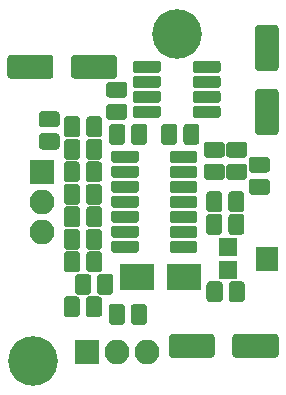
<source format=gbr>
G04 #@! TF.GenerationSoftware,KiCad,Pcbnew,5.1.2-f72e74a~84~ubuntu18.04.1*
G04 #@! TF.CreationDate,2019-05-28T19:28:17+02:00*
G04 #@! TF.ProjectId,OpenEMG2,4f70656e-454d-4473-922e-6b696361645f,rev?*
G04 #@! TF.SameCoordinates,Original*
G04 #@! TF.FileFunction,Soldermask,Top*
G04 #@! TF.FilePolarity,Negative*
%FSLAX46Y46*%
G04 Gerber Fmt 4.6, Leading zero omitted, Abs format (unit mm)*
G04 Created by KiCad (PCBNEW 5.1.2-f72e74a~84~ubuntu18.04.1) date 2019-05-28 19:28:17*
%MOMM*%
%LPD*%
G04 APERTURE LIST*
%ADD10C,0.100000*%
%ADD11C,1.375000*%
%ADD12R,1.900000X2.000000*%
%ADD13R,1.600000X1.600000*%
%ADD14C,1.050000*%
%ADD15C,1.000000*%
%ADD16C,4.200000*%
%ADD17O,2.100000X2.100000*%
%ADD18R,2.100000X2.100000*%
%ADD19R,2.900000X2.200000*%
%ADD20C,2.000000*%
G04 APERTURE END LIST*
D10*
G36*
X30222443Y-54346655D02*
G01*
X30255812Y-54351605D01*
X30288535Y-54359802D01*
X30320297Y-54371166D01*
X30350793Y-54385590D01*
X30379727Y-54402932D01*
X30406823Y-54423028D01*
X30431818Y-54445682D01*
X30454472Y-54470677D01*
X30474568Y-54497773D01*
X30491910Y-54526707D01*
X30506334Y-54557203D01*
X30517698Y-54588965D01*
X30525895Y-54621688D01*
X30530845Y-54655057D01*
X30532500Y-54688750D01*
X30532500Y-55801250D01*
X30530845Y-55834943D01*
X30525895Y-55868312D01*
X30517698Y-55901035D01*
X30506334Y-55932797D01*
X30491910Y-55963293D01*
X30474568Y-55992227D01*
X30454472Y-56019323D01*
X30431818Y-56044318D01*
X30406823Y-56066972D01*
X30379727Y-56087068D01*
X30350793Y-56104410D01*
X30320297Y-56118834D01*
X30288535Y-56130198D01*
X30255812Y-56138395D01*
X30222443Y-56143345D01*
X30188750Y-56145000D01*
X29501250Y-56145000D01*
X29467557Y-56143345D01*
X29434188Y-56138395D01*
X29401465Y-56130198D01*
X29369703Y-56118834D01*
X29339207Y-56104410D01*
X29310273Y-56087068D01*
X29283177Y-56066972D01*
X29258182Y-56044318D01*
X29235528Y-56019323D01*
X29215432Y-55992227D01*
X29198090Y-55963293D01*
X29183666Y-55932797D01*
X29172302Y-55901035D01*
X29164105Y-55868312D01*
X29159155Y-55834943D01*
X29157500Y-55801250D01*
X29157500Y-54688750D01*
X29159155Y-54655057D01*
X29164105Y-54621688D01*
X29172302Y-54588965D01*
X29183666Y-54557203D01*
X29198090Y-54526707D01*
X29215432Y-54497773D01*
X29235528Y-54470677D01*
X29258182Y-54445682D01*
X29283177Y-54423028D01*
X29310273Y-54402932D01*
X29339207Y-54385590D01*
X29369703Y-54371166D01*
X29401465Y-54359802D01*
X29434188Y-54351605D01*
X29467557Y-54346655D01*
X29501250Y-54345000D01*
X30188750Y-54345000D01*
X30222443Y-54346655D01*
X30222443Y-54346655D01*
G37*
D11*
X29845000Y-55245000D03*
D10*
G36*
X32097443Y-54346655D02*
G01*
X32130812Y-54351605D01*
X32163535Y-54359802D01*
X32195297Y-54371166D01*
X32225793Y-54385590D01*
X32254727Y-54402932D01*
X32281823Y-54423028D01*
X32306818Y-54445682D01*
X32329472Y-54470677D01*
X32349568Y-54497773D01*
X32366910Y-54526707D01*
X32381334Y-54557203D01*
X32392698Y-54588965D01*
X32400895Y-54621688D01*
X32405845Y-54655057D01*
X32407500Y-54688750D01*
X32407500Y-55801250D01*
X32405845Y-55834943D01*
X32400895Y-55868312D01*
X32392698Y-55901035D01*
X32381334Y-55932797D01*
X32366910Y-55963293D01*
X32349568Y-55992227D01*
X32329472Y-56019323D01*
X32306818Y-56044318D01*
X32281823Y-56066972D01*
X32254727Y-56087068D01*
X32225793Y-56104410D01*
X32195297Y-56118834D01*
X32163535Y-56130198D01*
X32130812Y-56138395D01*
X32097443Y-56143345D01*
X32063750Y-56145000D01*
X31376250Y-56145000D01*
X31342557Y-56143345D01*
X31309188Y-56138395D01*
X31276465Y-56130198D01*
X31244703Y-56118834D01*
X31214207Y-56104410D01*
X31185273Y-56087068D01*
X31158177Y-56066972D01*
X31133182Y-56044318D01*
X31110528Y-56019323D01*
X31090432Y-55992227D01*
X31073090Y-55963293D01*
X31058666Y-55932797D01*
X31047302Y-55901035D01*
X31039105Y-55868312D01*
X31034155Y-55834943D01*
X31032500Y-55801250D01*
X31032500Y-54688750D01*
X31034155Y-54655057D01*
X31039105Y-54621688D01*
X31047302Y-54588965D01*
X31058666Y-54557203D01*
X31073090Y-54526707D01*
X31090432Y-54497773D01*
X31110528Y-54470677D01*
X31133182Y-54445682D01*
X31158177Y-54423028D01*
X31185273Y-54402932D01*
X31214207Y-54385590D01*
X31244703Y-54371166D01*
X31276465Y-54359802D01*
X31309188Y-54351605D01*
X31342557Y-54346655D01*
X31376250Y-54345000D01*
X32063750Y-54345000D01*
X32097443Y-54346655D01*
X32097443Y-54346655D01*
G37*
D11*
X31720000Y-55245000D03*
D12*
X46355000Y-60690000D03*
D13*
X43105000Y-61690000D03*
X43105000Y-59690000D03*
D10*
G36*
X37145729Y-47736264D02*
G01*
X37171211Y-47740044D01*
X37196200Y-47746303D01*
X37220454Y-47754982D01*
X37243742Y-47765996D01*
X37265837Y-47779239D01*
X37286528Y-47794585D01*
X37305616Y-47811884D01*
X37322915Y-47830972D01*
X37338261Y-47851663D01*
X37351504Y-47873758D01*
X37362518Y-47897046D01*
X37371197Y-47921300D01*
X37377456Y-47946289D01*
X37381236Y-47971771D01*
X37382500Y-47997500D01*
X37382500Y-48522500D01*
X37381236Y-48548229D01*
X37377456Y-48573711D01*
X37371197Y-48598700D01*
X37362518Y-48622954D01*
X37351504Y-48646242D01*
X37338261Y-48668337D01*
X37322915Y-48689028D01*
X37305616Y-48708116D01*
X37286528Y-48725415D01*
X37265837Y-48740761D01*
X37243742Y-48754004D01*
X37220454Y-48765018D01*
X37196200Y-48773697D01*
X37171211Y-48779956D01*
X37145729Y-48783736D01*
X37120000Y-48785000D01*
X35270000Y-48785000D01*
X35244271Y-48783736D01*
X35218789Y-48779956D01*
X35193800Y-48773697D01*
X35169546Y-48765018D01*
X35146258Y-48754004D01*
X35124163Y-48740761D01*
X35103472Y-48725415D01*
X35084384Y-48708116D01*
X35067085Y-48689028D01*
X35051739Y-48668337D01*
X35038496Y-48646242D01*
X35027482Y-48622954D01*
X35018803Y-48598700D01*
X35012544Y-48573711D01*
X35008764Y-48548229D01*
X35007500Y-48522500D01*
X35007500Y-47997500D01*
X35008764Y-47971771D01*
X35012544Y-47946289D01*
X35018803Y-47921300D01*
X35027482Y-47897046D01*
X35038496Y-47873758D01*
X35051739Y-47851663D01*
X35067085Y-47830972D01*
X35084384Y-47811884D01*
X35103472Y-47794585D01*
X35124163Y-47779239D01*
X35146258Y-47765996D01*
X35169546Y-47754982D01*
X35193800Y-47746303D01*
X35218789Y-47740044D01*
X35244271Y-47736264D01*
X35270000Y-47735000D01*
X37120000Y-47735000D01*
X37145729Y-47736264D01*
X37145729Y-47736264D01*
G37*
D14*
X36195000Y-48260000D03*
D10*
G36*
X37145729Y-46466264D02*
G01*
X37171211Y-46470044D01*
X37196200Y-46476303D01*
X37220454Y-46484982D01*
X37243742Y-46495996D01*
X37265837Y-46509239D01*
X37286528Y-46524585D01*
X37305616Y-46541884D01*
X37322915Y-46560972D01*
X37338261Y-46581663D01*
X37351504Y-46603758D01*
X37362518Y-46627046D01*
X37371197Y-46651300D01*
X37377456Y-46676289D01*
X37381236Y-46701771D01*
X37382500Y-46727500D01*
X37382500Y-47252500D01*
X37381236Y-47278229D01*
X37377456Y-47303711D01*
X37371197Y-47328700D01*
X37362518Y-47352954D01*
X37351504Y-47376242D01*
X37338261Y-47398337D01*
X37322915Y-47419028D01*
X37305616Y-47438116D01*
X37286528Y-47455415D01*
X37265837Y-47470761D01*
X37243742Y-47484004D01*
X37220454Y-47495018D01*
X37196200Y-47503697D01*
X37171211Y-47509956D01*
X37145729Y-47513736D01*
X37120000Y-47515000D01*
X35270000Y-47515000D01*
X35244271Y-47513736D01*
X35218789Y-47509956D01*
X35193800Y-47503697D01*
X35169546Y-47495018D01*
X35146258Y-47484004D01*
X35124163Y-47470761D01*
X35103472Y-47455415D01*
X35084384Y-47438116D01*
X35067085Y-47419028D01*
X35051739Y-47398337D01*
X35038496Y-47376242D01*
X35027482Y-47352954D01*
X35018803Y-47328700D01*
X35012544Y-47303711D01*
X35008764Y-47278229D01*
X35007500Y-47252500D01*
X35007500Y-46727500D01*
X35008764Y-46701771D01*
X35012544Y-46676289D01*
X35018803Y-46651300D01*
X35027482Y-46627046D01*
X35038496Y-46603758D01*
X35051739Y-46581663D01*
X35067085Y-46560972D01*
X35084384Y-46541884D01*
X35103472Y-46524585D01*
X35124163Y-46509239D01*
X35146258Y-46495996D01*
X35169546Y-46484982D01*
X35193800Y-46476303D01*
X35218789Y-46470044D01*
X35244271Y-46466264D01*
X35270000Y-46465000D01*
X37120000Y-46465000D01*
X37145729Y-46466264D01*
X37145729Y-46466264D01*
G37*
D14*
X36195000Y-46990000D03*
D10*
G36*
X37145729Y-45196264D02*
G01*
X37171211Y-45200044D01*
X37196200Y-45206303D01*
X37220454Y-45214982D01*
X37243742Y-45225996D01*
X37265837Y-45239239D01*
X37286528Y-45254585D01*
X37305616Y-45271884D01*
X37322915Y-45290972D01*
X37338261Y-45311663D01*
X37351504Y-45333758D01*
X37362518Y-45357046D01*
X37371197Y-45381300D01*
X37377456Y-45406289D01*
X37381236Y-45431771D01*
X37382500Y-45457500D01*
X37382500Y-45982500D01*
X37381236Y-46008229D01*
X37377456Y-46033711D01*
X37371197Y-46058700D01*
X37362518Y-46082954D01*
X37351504Y-46106242D01*
X37338261Y-46128337D01*
X37322915Y-46149028D01*
X37305616Y-46168116D01*
X37286528Y-46185415D01*
X37265837Y-46200761D01*
X37243742Y-46214004D01*
X37220454Y-46225018D01*
X37196200Y-46233697D01*
X37171211Y-46239956D01*
X37145729Y-46243736D01*
X37120000Y-46245000D01*
X35270000Y-46245000D01*
X35244271Y-46243736D01*
X35218789Y-46239956D01*
X35193800Y-46233697D01*
X35169546Y-46225018D01*
X35146258Y-46214004D01*
X35124163Y-46200761D01*
X35103472Y-46185415D01*
X35084384Y-46168116D01*
X35067085Y-46149028D01*
X35051739Y-46128337D01*
X35038496Y-46106242D01*
X35027482Y-46082954D01*
X35018803Y-46058700D01*
X35012544Y-46033711D01*
X35008764Y-46008229D01*
X35007500Y-45982500D01*
X35007500Y-45457500D01*
X35008764Y-45431771D01*
X35012544Y-45406289D01*
X35018803Y-45381300D01*
X35027482Y-45357046D01*
X35038496Y-45333758D01*
X35051739Y-45311663D01*
X35067085Y-45290972D01*
X35084384Y-45271884D01*
X35103472Y-45254585D01*
X35124163Y-45239239D01*
X35146258Y-45225996D01*
X35169546Y-45214982D01*
X35193800Y-45206303D01*
X35218789Y-45200044D01*
X35244271Y-45196264D01*
X35270000Y-45195000D01*
X37120000Y-45195000D01*
X37145729Y-45196264D01*
X37145729Y-45196264D01*
G37*
D14*
X36195000Y-45720000D03*
D10*
G36*
X37145729Y-43926264D02*
G01*
X37171211Y-43930044D01*
X37196200Y-43936303D01*
X37220454Y-43944982D01*
X37243742Y-43955996D01*
X37265837Y-43969239D01*
X37286528Y-43984585D01*
X37305616Y-44001884D01*
X37322915Y-44020972D01*
X37338261Y-44041663D01*
X37351504Y-44063758D01*
X37362518Y-44087046D01*
X37371197Y-44111300D01*
X37377456Y-44136289D01*
X37381236Y-44161771D01*
X37382500Y-44187500D01*
X37382500Y-44712500D01*
X37381236Y-44738229D01*
X37377456Y-44763711D01*
X37371197Y-44788700D01*
X37362518Y-44812954D01*
X37351504Y-44836242D01*
X37338261Y-44858337D01*
X37322915Y-44879028D01*
X37305616Y-44898116D01*
X37286528Y-44915415D01*
X37265837Y-44930761D01*
X37243742Y-44944004D01*
X37220454Y-44955018D01*
X37196200Y-44963697D01*
X37171211Y-44969956D01*
X37145729Y-44973736D01*
X37120000Y-44975000D01*
X35270000Y-44975000D01*
X35244271Y-44973736D01*
X35218789Y-44969956D01*
X35193800Y-44963697D01*
X35169546Y-44955018D01*
X35146258Y-44944004D01*
X35124163Y-44930761D01*
X35103472Y-44915415D01*
X35084384Y-44898116D01*
X35067085Y-44879028D01*
X35051739Y-44858337D01*
X35038496Y-44836242D01*
X35027482Y-44812954D01*
X35018803Y-44788700D01*
X35012544Y-44763711D01*
X35008764Y-44738229D01*
X35007500Y-44712500D01*
X35007500Y-44187500D01*
X35008764Y-44161771D01*
X35012544Y-44136289D01*
X35018803Y-44111300D01*
X35027482Y-44087046D01*
X35038496Y-44063758D01*
X35051739Y-44041663D01*
X35067085Y-44020972D01*
X35084384Y-44001884D01*
X35103472Y-43984585D01*
X35124163Y-43969239D01*
X35146258Y-43955996D01*
X35169546Y-43944982D01*
X35193800Y-43936303D01*
X35218789Y-43930044D01*
X35244271Y-43926264D01*
X35270000Y-43925000D01*
X37120000Y-43925000D01*
X37145729Y-43926264D01*
X37145729Y-43926264D01*
G37*
D14*
X36195000Y-44450000D03*
D10*
G36*
X42220729Y-43926264D02*
G01*
X42246211Y-43930044D01*
X42271200Y-43936303D01*
X42295454Y-43944982D01*
X42318742Y-43955996D01*
X42340837Y-43969239D01*
X42361528Y-43984585D01*
X42380616Y-44001884D01*
X42397915Y-44020972D01*
X42413261Y-44041663D01*
X42426504Y-44063758D01*
X42437518Y-44087046D01*
X42446197Y-44111300D01*
X42452456Y-44136289D01*
X42456236Y-44161771D01*
X42457500Y-44187500D01*
X42457500Y-44712500D01*
X42456236Y-44738229D01*
X42452456Y-44763711D01*
X42446197Y-44788700D01*
X42437518Y-44812954D01*
X42426504Y-44836242D01*
X42413261Y-44858337D01*
X42397915Y-44879028D01*
X42380616Y-44898116D01*
X42361528Y-44915415D01*
X42340837Y-44930761D01*
X42318742Y-44944004D01*
X42295454Y-44955018D01*
X42271200Y-44963697D01*
X42246211Y-44969956D01*
X42220729Y-44973736D01*
X42195000Y-44975000D01*
X40345000Y-44975000D01*
X40319271Y-44973736D01*
X40293789Y-44969956D01*
X40268800Y-44963697D01*
X40244546Y-44955018D01*
X40221258Y-44944004D01*
X40199163Y-44930761D01*
X40178472Y-44915415D01*
X40159384Y-44898116D01*
X40142085Y-44879028D01*
X40126739Y-44858337D01*
X40113496Y-44836242D01*
X40102482Y-44812954D01*
X40093803Y-44788700D01*
X40087544Y-44763711D01*
X40083764Y-44738229D01*
X40082500Y-44712500D01*
X40082500Y-44187500D01*
X40083764Y-44161771D01*
X40087544Y-44136289D01*
X40093803Y-44111300D01*
X40102482Y-44087046D01*
X40113496Y-44063758D01*
X40126739Y-44041663D01*
X40142085Y-44020972D01*
X40159384Y-44001884D01*
X40178472Y-43984585D01*
X40199163Y-43969239D01*
X40221258Y-43955996D01*
X40244546Y-43944982D01*
X40268800Y-43936303D01*
X40293789Y-43930044D01*
X40319271Y-43926264D01*
X40345000Y-43925000D01*
X42195000Y-43925000D01*
X42220729Y-43926264D01*
X42220729Y-43926264D01*
G37*
D14*
X41270000Y-44450000D03*
D10*
G36*
X42220729Y-45196264D02*
G01*
X42246211Y-45200044D01*
X42271200Y-45206303D01*
X42295454Y-45214982D01*
X42318742Y-45225996D01*
X42340837Y-45239239D01*
X42361528Y-45254585D01*
X42380616Y-45271884D01*
X42397915Y-45290972D01*
X42413261Y-45311663D01*
X42426504Y-45333758D01*
X42437518Y-45357046D01*
X42446197Y-45381300D01*
X42452456Y-45406289D01*
X42456236Y-45431771D01*
X42457500Y-45457500D01*
X42457500Y-45982500D01*
X42456236Y-46008229D01*
X42452456Y-46033711D01*
X42446197Y-46058700D01*
X42437518Y-46082954D01*
X42426504Y-46106242D01*
X42413261Y-46128337D01*
X42397915Y-46149028D01*
X42380616Y-46168116D01*
X42361528Y-46185415D01*
X42340837Y-46200761D01*
X42318742Y-46214004D01*
X42295454Y-46225018D01*
X42271200Y-46233697D01*
X42246211Y-46239956D01*
X42220729Y-46243736D01*
X42195000Y-46245000D01*
X40345000Y-46245000D01*
X40319271Y-46243736D01*
X40293789Y-46239956D01*
X40268800Y-46233697D01*
X40244546Y-46225018D01*
X40221258Y-46214004D01*
X40199163Y-46200761D01*
X40178472Y-46185415D01*
X40159384Y-46168116D01*
X40142085Y-46149028D01*
X40126739Y-46128337D01*
X40113496Y-46106242D01*
X40102482Y-46082954D01*
X40093803Y-46058700D01*
X40087544Y-46033711D01*
X40083764Y-46008229D01*
X40082500Y-45982500D01*
X40082500Y-45457500D01*
X40083764Y-45431771D01*
X40087544Y-45406289D01*
X40093803Y-45381300D01*
X40102482Y-45357046D01*
X40113496Y-45333758D01*
X40126739Y-45311663D01*
X40142085Y-45290972D01*
X40159384Y-45271884D01*
X40178472Y-45254585D01*
X40199163Y-45239239D01*
X40221258Y-45225996D01*
X40244546Y-45214982D01*
X40268800Y-45206303D01*
X40293789Y-45200044D01*
X40319271Y-45196264D01*
X40345000Y-45195000D01*
X42195000Y-45195000D01*
X42220729Y-45196264D01*
X42220729Y-45196264D01*
G37*
D14*
X41270000Y-45720000D03*
D10*
G36*
X42220729Y-46466264D02*
G01*
X42246211Y-46470044D01*
X42271200Y-46476303D01*
X42295454Y-46484982D01*
X42318742Y-46495996D01*
X42340837Y-46509239D01*
X42361528Y-46524585D01*
X42380616Y-46541884D01*
X42397915Y-46560972D01*
X42413261Y-46581663D01*
X42426504Y-46603758D01*
X42437518Y-46627046D01*
X42446197Y-46651300D01*
X42452456Y-46676289D01*
X42456236Y-46701771D01*
X42457500Y-46727500D01*
X42457500Y-47252500D01*
X42456236Y-47278229D01*
X42452456Y-47303711D01*
X42446197Y-47328700D01*
X42437518Y-47352954D01*
X42426504Y-47376242D01*
X42413261Y-47398337D01*
X42397915Y-47419028D01*
X42380616Y-47438116D01*
X42361528Y-47455415D01*
X42340837Y-47470761D01*
X42318742Y-47484004D01*
X42295454Y-47495018D01*
X42271200Y-47503697D01*
X42246211Y-47509956D01*
X42220729Y-47513736D01*
X42195000Y-47515000D01*
X40345000Y-47515000D01*
X40319271Y-47513736D01*
X40293789Y-47509956D01*
X40268800Y-47503697D01*
X40244546Y-47495018D01*
X40221258Y-47484004D01*
X40199163Y-47470761D01*
X40178472Y-47455415D01*
X40159384Y-47438116D01*
X40142085Y-47419028D01*
X40126739Y-47398337D01*
X40113496Y-47376242D01*
X40102482Y-47352954D01*
X40093803Y-47328700D01*
X40087544Y-47303711D01*
X40083764Y-47278229D01*
X40082500Y-47252500D01*
X40082500Y-46727500D01*
X40083764Y-46701771D01*
X40087544Y-46676289D01*
X40093803Y-46651300D01*
X40102482Y-46627046D01*
X40113496Y-46603758D01*
X40126739Y-46581663D01*
X40142085Y-46560972D01*
X40159384Y-46541884D01*
X40178472Y-46524585D01*
X40199163Y-46509239D01*
X40221258Y-46495996D01*
X40244546Y-46484982D01*
X40268800Y-46476303D01*
X40293789Y-46470044D01*
X40319271Y-46466264D01*
X40345000Y-46465000D01*
X42195000Y-46465000D01*
X42220729Y-46466264D01*
X42220729Y-46466264D01*
G37*
D14*
X41270000Y-46990000D03*
D10*
G36*
X42220729Y-47736264D02*
G01*
X42246211Y-47740044D01*
X42271200Y-47746303D01*
X42295454Y-47754982D01*
X42318742Y-47765996D01*
X42340837Y-47779239D01*
X42361528Y-47794585D01*
X42380616Y-47811884D01*
X42397915Y-47830972D01*
X42413261Y-47851663D01*
X42426504Y-47873758D01*
X42437518Y-47897046D01*
X42446197Y-47921300D01*
X42452456Y-47946289D01*
X42456236Y-47971771D01*
X42457500Y-47997500D01*
X42457500Y-48522500D01*
X42456236Y-48548229D01*
X42452456Y-48573711D01*
X42446197Y-48598700D01*
X42437518Y-48622954D01*
X42426504Y-48646242D01*
X42413261Y-48668337D01*
X42397915Y-48689028D01*
X42380616Y-48708116D01*
X42361528Y-48725415D01*
X42340837Y-48740761D01*
X42318742Y-48754004D01*
X42295454Y-48765018D01*
X42271200Y-48773697D01*
X42246211Y-48779956D01*
X42220729Y-48783736D01*
X42195000Y-48785000D01*
X40345000Y-48785000D01*
X40319271Y-48783736D01*
X40293789Y-48779956D01*
X40268800Y-48773697D01*
X40244546Y-48765018D01*
X40221258Y-48754004D01*
X40199163Y-48740761D01*
X40178472Y-48725415D01*
X40159384Y-48708116D01*
X40142085Y-48689028D01*
X40126739Y-48668337D01*
X40113496Y-48646242D01*
X40102482Y-48622954D01*
X40093803Y-48598700D01*
X40087544Y-48573711D01*
X40083764Y-48548229D01*
X40082500Y-48522500D01*
X40082500Y-47997500D01*
X40083764Y-47971771D01*
X40087544Y-47946289D01*
X40093803Y-47921300D01*
X40102482Y-47897046D01*
X40113496Y-47873758D01*
X40126739Y-47851663D01*
X40142085Y-47830972D01*
X40159384Y-47811884D01*
X40178472Y-47794585D01*
X40199163Y-47779239D01*
X40221258Y-47765996D01*
X40244546Y-47754982D01*
X40268800Y-47746303D01*
X40293789Y-47740044D01*
X40319271Y-47736264D01*
X40345000Y-47735000D01*
X42195000Y-47735000D01*
X42220729Y-47736264D01*
X42220729Y-47736264D01*
G37*
D14*
X41270000Y-48260000D03*
D10*
G36*
X40254504Y-51571204D02*
G01*
X40278773Y-51574804D01*
X40302571Y-51580765D01*
X40325671Y-51589030D01*
X40347849Y-51599520D01*
X40368893Y-51612133D01*
X40388598Y-51626747D01*
X40406777Y-51643223D01*
X40423253Y-51661402D01*
X40437867Y-51681107D01*
X40450480Y-51702151D01*
X40460970Y-51724329D01*
X40469235Y-51747429D01*
X40475196Y-51771227D01*
X40478796Y-51795496D01*
X40480000Y-51820000D01*
X40480000Y-52320000D01*
X40478796Y-52344504D01*
X40475196Y-52368773D01*
X40469235Y-52392571D01*
X40460970Y-52415671D01*
X40450480Y-52437849D01*
X40437867Y-52458893D01*
X40423253Y-52478598D01*
X40406777Y-52496777D01*
X40388598Y-52513253D01*
X40368893Y-52527867D01*
X40347849Y-52540480D01*
X40325671Y-52550970D01*
X40302571Y-52559235D01*
X40278773Y-52565196D01*
X40254504Y-52568796D01*
X40230000Y-52570000D01*
X38380000Y-52570000D01*
X38355496Y-52568796D01*
X38331227Y-52565196D01*
X38307429Y-52559235D01*
X38284329Y-52550970D01*
X38262151Y-52540480D01*
X38241107Y-52527867D01*
X38221402Y-52513253D01*
X38203223Y-52496777D01*
X38186747Y-52478598D01*
X38172133Y-52458893D01*
X38159520Y-52437849D01*
X38149030Y-52415671D01*
X38140765Y-52392571D01*
X38134804Y-52368773D01*
X38131204Y-52344504D01*
X38130000Y-52320000D01*
X38130000Y-51820000D01*
X38131204Y-51795496D01*
X38134804Y-51771227D01*
X38140765Y-51747429D01*
X38149030Y-51724329D01*
X38159520Y-51702151D01*
X38172133Y-51681107D01*
X38186747Y-51661402D01*
X38203223Y-51643223D01*
X38221402Y-51626747D01*
X38241107Y-51612133D01*
X38262151Y-51599520D01*
X38284329Y-51589030D01*
X38307429Y-51580765D01*
X38331227Y-51574804D01*
X38355496Y-51571204D01*
X38380000Y-51570000D01*
X40230000Y-51570000D01*
X40254504Y-51571204D01*
X40254504Y-51571204D01*
G37*
D15*
X39305000Y-52070000D03*
D10*
G36*
X40254504Y-52841204D02*
G01*
X40278773Y-52844804D01*
X40302571Y-52850765D01*
X40325671Y-52859030D01*
X40347849Y-52869520D01*
X40368893Y-52882133D01*
X40388598Y-52896747D01*
X40406777Y-52913223D01*
X40423253Y-52931402D01*
X40437867Y-52951107D01*
X40450480Y-52972151D01*
X40460970Y-52994329D01*
X40469235Y-53017429D01*
X40475196Y-53041227D01*
X40478796Y-53065496D01*
X40480000Y-53090000D01*
X40480000Y-53590000D01*
X40478796Y-53614504D01*
X40475196Y-53638773D01*
X40469235Y-53662571D01*
X40460970Y-53685671D01*
X40450480Y-53707849D01*
X40437867Y-53728893D01*
X40423253Y-53748598D01*
X40406777Y-53766777D01*
X40388598Y-53783253D01*
X40368893Y-53797867D01*
X40347849Y-53810480D01*
X40325671Y-53820970D01*
X40302571Y-53829235D01*
X40278773Y-53835196D01*
X40254504Y-53838796D01*
X40230000Y-53840000D01*
X38380000Y-53840000D01*
X38355496Y-53838796D01*
X38331227Y-53835196D01*
X38307429Y-53829235D01*
X38284329Y-53820970D01*
X38262151Y-53810480D01*
X38241107Y-53797867D01*
X38221402Y-53783253D01*
X38203223Y-53766777D01*
X38186747Y-53748598D01*
X38172133Y-53728893D01*
X38159520Y-53707849D01*
X38149030Y-53685671D01*
X38140765Y-53662571D01*
X38134804Y-53638773D01*
X38131204Y-53614504D01*
X38130000Y-53590000D01*
X38130000Y-53090000D01*
X38131204Y-53065496D01*
X38134804Y-53041227D01*
X38140765Y-53017429D01*
X38149030Y-52994329D01*
X38159520Y-52972151D01*
X38172133Y-52951107D01*
X38186747Y-52931402D01*
X38203223Y-52913223D01*
X38221402Y-52896747D01*
X38241107Y-52882133D01*
X38262151Y-52869520D01*
X38284329Y-52859030D01*
X38307429Y-52850765D01*
X38331227Y-52844804D01*
X38355496Y-52841204D01*
X38380000Y-52840000D01*
X40230000Y-52840000D01*
X40254504Y-52841204D01*
X40254504Y-52841204D01*
G37*
D15*
X39305000Y-53340000D03*
D10*
G36*
X40254504Y-54111204D02*
G01*
X40278773Y-54114804D01*
X40302571Y-54120765D01*
X40325671Y-54129030D01*
X40347849Y-54139520D01*
X40368893Y-54152133D01*
X40388598Y-54166747D01*
X40406777Y-54183223D01*
X40423253Y-54201402D01*
X40437867Y-54221107D01*
X40450480Y-54242151D01*
X40460970Y-54264329D01*
X40469235Y-54287429D01*
X40475196Y-54311227D01*
X40478796Y-54335496D01*
X40480000Y-54360000D01*
X40480000Y-54860000D01*
X40478796Y-54884504D01*
X40475196Y-54908773D01*
X40469235Y-54932571D01*
X40460970Y-54955671D01*
X40450480Y-54977849D01*
X40437867Y-54998893D01*
X40423253Y-55018598D01*
X40406777Y-55036777D01*
X40388598Y-55053253D01*
X40368893Y-55067867D01*
X40347849Y-55080480D01*
X40325671Y-55090970D01*
X40302571Y-55099235D01*
X40278773Y-55105196D01*
X40254504Y-55108796D01*
X40230000Y-55110000D01*
X38380000Y-55110000D01*
X38355496Y-55108796D01*
X38331227Y-55105196D01*
X38307429Y-55099235D01*
X38284329Y-55090970D01*
X38262151Y-55080480D01*
X38241107Y-55067867D01*
X38221402Y-55053253D01*
X38203223Y-55036777D01*
X38186747Y-55018598D01*
X38172133Y-54998893D01*
X38159520Y-54977849D01*
X38149030Y-54955671D01*
X38140765Y-54932571D01*
X38134804Y-54908773D01*
X38131204Y-54884504D01*
X38130000Y-54860000D01*
X38130000Y-54360000D01*
X38131204Y-54335496D01*
X38134804Y-54311227D01*
X38140765Y-54287429D01*
X38149030Y-54264329D01*
X38159520Y-54242151D01*
X38172133Y-54221107D01*
X38186747Y-54201402D01*
X38203223Y-54183223D01*
X38221402Y-54166747D01*
X38241107Y-54152133D01*
X38262151Y-54139520D01*
X38284329Y-54129030D01*
X38307429Y-54120765D01*
X38331227Y-54114804D01*
X38355496Y-54111204D01*
X38380000Y-54110000D01*
X40230000Y-54110000D01*
X40254504Y-54111204D01*
X40254504Y-54111204D01*
G37*
D15*
X39305000Y-54610000D03*
D10*
G36*
X40254504Y-55381204D02*
G01*
X40278773Y-55384804D01*
X40302571Y-55390765D01*
X40325671Y-55399030D01*
X40347849Y-55409520D01*
X40368893Y-55422133D01*
X40388598Y-55436747D01*
X40406777Y-55453223D01*
X40423253Y-55471402D01*
X40437867Y-55491107D01*
X40450480Y-55512151D01*
X40460970Y-55534329D01*
X40469235Y-55557429D01*
X40475196Y-55581227D01*
X40478796Y-55605496D01*
X40480000Y-55630000D01*
X40480000Y-56130000D01*
X40478796Y-56154504D01*
X40475196Y-56178773D01*
X40469235Y-56202571D01*
X40460970Y-56225671D01*
X40450480Y-56247849D01*
X40437867Y-56268893D01*
X40423253Y-56288598D01*
X40406777Y-56306777D01*
X40388598Y-56323253D01*
X40368893Y-56337867D01*
X40347849Y-56350480D01*
X40325671Y-56360970D01*
X40302571Y-56369235D01*
X40278773Y-56375196D01*
X40254504Y-56378796D01*
X40230000Y-56380000D01*
X38380000Y-56380000D01*
X38355496Y-56378796D01*
X38331227Y-56375196D01*
X38307429Y-56369235D01*
X38284329Y-56360970D01*
X38262151Y-56350480D01*
X38241107Y-56337867D01*
X38221402Y-56323253D01*
X38203223Y-56306777D01*
X38186747Y-56288598D01*
X38172133Y-56268893D01*
X38159520Y-56247849D01*
X38149030Y-56225671D01*
X38140765Y-56202571D01*
X38134804Y-56178773D01*
X38131204Y-56154504D01*
X38130000Y-56130000D01*
X38130000Y-55630000D01*
X38131204Y-55605496D01*
X38134804Y-55581227D01*
X38140765Y-55557429D01*
X38149030Y-55534329D01*
X38159520Y-55512151D01*
X38172133Y-55491107D01*
X38186747Y-55471402D01*
X38203223Y-55453223D01*
X38221402Y-55436747D01*
X38241107Y-55422133D01*
X38262151Y-55409520D01*
X38284329Y-55399030D01*
X38307429Y-55390765D01*
X38331227Y-55384804D01*
X38355496Y-55381204D01*
X38380000Y-55380000D01*
X40230000Y-55380000D01*
X40254504Y-55381204D01*
X40254504Y-55381204D01*
G37*
D15*
X39305000Y-55880000D03*
D10*
G36*
X40254504Y-56651204D02*
G01*
X40278773Y-56654804D01*
X40302571Y-56660765D01*
X40325671Y-56669030D01*
X40347849Y-56679520D01*
X40368893Y-56692133D01*
X40388598Y-56706747D01*
X40406777Y-56723223D01*
X40423253Y-56741402D01*
X40437867Y-56761107D01*
X40450480Y-56782151D01*
X40460970Y-56804329D01*
X40469235Y-56827429D01*
X40475196Y-56851227D01*
X40478796Y-56875496D01*
X40480000Y-56900000D01*
X40480000Y-57400000D01*
X40478796Y-57424504D01*
X40475196Y-57448773D01*
X40469235Y-57472571D01*
X40460970Y-57495671D01*
X40450480Y-57517849D01*
X40437867Y-57538893D01*
X40423253Y-57558598D01*
X40406777Y-57576777D01*
X40388598Y-57593253D01*
X40368893Y-57607867D01*
X40347849Y-57620480D01*
X40325671Y-57630970D01*
X40302571Y-57639235D01*
X40278773Y-57645196D01*
X40254504Y-57648796D01*
X40230000Y-57650000D01*
X38380000Y-57650000D01*
X38355496Y-57648796D01*
X38331227Y-57645196D01*
X38307429Y-57639235D01*
X38284329Y-57630970D01*
X38262151Y-57620480D01*
X38241107Y-57607867D01*
X38221402Y-57593253D01*
X38203223Y-57576777D01*
X38186747Y-57558598D01*
X38172133Y-57538893D01*
X38159520Y-57517849D01*
X38149030Y-57495671D01*
X38140765Y-57472571D01*
X38134804Y-57448773D01*
X38131204Y-57424504D01*
X38130000Y-57400000D01*
X38130000Y-56900000D01*
X38131204Y-56875496D01*
X38134804Y-56851227D01*
X38140765Y-56827429D01*
X38149030Y-56804329D01*
X38159520Y-56782151D01*
X38172133Y-56761107D01*
X38186747Y-56741402D01*
X38203223Y-56723223D01*
X38221402Y-56706747D01*
X38241107Y-56692133D01*
X38262151Y-56679520D01*
X38284329Y-56669030D01*
X38307429Y-56660765D01*
X38331227Y-56654804D01*
X38355496Y-56651204D01*
X38380000Y-56650000D01*
X40230000Y-56650000D01*
X40254504Y-56651204D01*
X40254504Y-56651204D01*
G37*
D15*
X39305000Y-57150000D03*
D10*
G36*
X40254504Y-57921204D02*
G01*
X40278773Y-57924804D01*
X40302571Y-57930765D01*
X40325671Y-57939030D01*
X40347849Y-57949520D01*
X40368893Y-57962133D01*
X40388598Y-57976747D01*
X40406777Y-57993223D01*
X40423253Y-58011402D01*
X40437867Y-58031107D01*
X40450480Y-58052151D01*
X40460970Y-58074329D01*
X40469235Y-58097429D01*
X40475196Y-58121227D01*
X40478796Y-58145496D01*
X40480000Y-58170000D01*
X40480000Y-58670000D01*
X40478796Y-58694504D01*
X40475196Y-58718773D01*
X40469235Y-58742571D01*
X40460970Y-58765671D01*
X40450480Y-58787849D01*
X40437867Y-58808893D01*
X40423253Y-58828598D01*
X40406777Y-58846777D01*
X40388598Y-58863253D01*
X40368893Y-58877867D01*
X40347849Y-58890480D01*
X40325671Y-58900970D01*
X40302571Y-58909235D01*
X40278773Y-58915196D01*
X40254504Y-58918796D01*
X40230000Y-58920000D01*
X38380000Y-58920000D01*
X38355496Y-58918796D01*
X38331227Y-58915196D01*
X38307429Y-58909235D01*
X38284329Y-58900970D01*
X38262151Y-58890480D01*
X38241107Y-58877867D01*
X38221402Y-58863253D01*
X38203223Y-58846777D01*
X38186747Y-58828598D01*
X38172133Y-58808893D01*
X38159520Y-58787849D01*
X38149030Y-58765671D01*
X38140765Y-58742571D01*
X38134804Y-58718773D01*
X38131204Y-58694504D01*
X38130000Y-58670000D01*
X38130000Y-58170000D01*
X38131204Y-58145496D01*
X38134804Y-58121227D01*
X38140765Y-58097429D01*
X38149030Y-58074329D01*
X38159520Y-58052151D01*
X38172133Y-58031107D01*
X38186747Y-58011402D01*
X38203223Y-57993223D01*
X38221402Y-57976747D01*
X38241107Y-57962133D01*
X38262151Y-57949520D01*
X38284329Y-57939030D01*
X38307429Y-57930765D01*
X38331227Y-57924804D01*
X38355496Y-57921204D01*
X38380000Y-57920000D01*
X40230000Y-57920000D01*
X40254504Y-57921204D01*
X40254504Y-57921204D01*
G37*
D15*
X39305000Y-58420000D03*
D10*
G36*
X40254504Y-59191204D02*
G01*
X40278773Y-59194804D01*
X40302571Y-59200765D01*
X40325671Y-59209030D01*
X40347849Y-59219520D01*
X40368893Y-59232133D01*
X40388598Y-59246747D01*
X40406777Y-59263223D01*
X40423253Y-59281402D01*
X40437867Y-59301107D01*
X40450480Y-59322151D01*
X40460970Y-59344329D01*
X40469235Y-59367429D01*
X40475196Y-59391227D01*
X40478796Y-59415496D01*
X40480000Y-59440000D01*
X40480000Y-59940000D01*
X40478796Y-59964504D01*
X40475196Y-59988773D01*
X40469235Y-60012571D01*
X40460970Y-60035671D01*
X40450480Y-60057849D01*
X40437867Y-60078893D01*
X40423253Y-60098598D01*
X40406777Y-60116777D01*
X40388598Y-60133253D01*
X40368893Y-60147867D01*
X40347849Y-60160480D01*
X40325671Y-60170970D01*
X40302571Y-60179235D01*
X40278773Y-60185196D01*
X40254504Y-60188796D01*
X40230000Y-60190000D01*
X38380000Y-60190000D01*
X38355496Y-60188796D01*
X38331227Y-60185196D01*
X38307429Y-60179235D01*
X38284329Y-60170970D01*
X38262151Y-60160480D01*
X38241107Y-60147867D01*
X38221402Y-60133253D01*
X38203223Y-60116777D01*
X38186747Y-60098598D01*
X38172133Y-60078893D01*
X38159520Y-60057849D01*
X38149030Y-60035671D01*
X38140765Y-60012571D01*
X38134804Y-59988773D01*
X38131204Y-59964504D01*
X38130000Y-59940000D01*
X38130000Y-59440000D01*
X38131204Y-59415496D01*
X38134804Y-59391227D01*
X38140765Y-59367429D01*
X38149030Y-59344329D01*
X38159520Y-59322151D01*
X38172133Y-59301107D01*
X38186747Y-59281402D01*
X38203223Y-59263223D01*
X38221402Y-59246747D01*
X38241107Y-59232133D01*
X38262151Y-59219520D01*
X38284329Y-59209030D01*
X38307429Y-59200765D01*
X38331227Y-59194804D01*
X38355496Y-59191204D01*
X38380000Y-59190000D01*
X40230000Y-59190000D01*
X40254504Y-59191204D01*
X40254504Y-59191204D01*
G37*
D15*
X39305000Y-59690000D03*
D10*
G36*
X35304504Y-59191204D02*
G01*
X35328773Y-59194804D01*
X35352571Y-59200765D01*
X35375671Y-59209030D01*
X35397849Y-59219520D01*
X35418893Y-59232133D01*
X35438598Y-59246747D01*
X35456777Y-59263223D01*
X35473253Y-59281402D01*
X35487867Y-59301107D01*
X35500480Y-59322151D01*
X35510970Y-59344329D01*
X35519235Y-59367429D01*
X35525196Y-59391227D01*
X35528796Y-59415496D01*
X35530000Y-59440000D01*
X35530000Y-59940000D01*
X35528796Y-59964504D01*
X35525196Y-59988773D01*
X35519235Y-60012571D01*
X35510970Y-60035671D01*
X35500480Y-60057849D01*
X35487867Y-60078893D01*
X35473253Y-60098598D01*
X35456777Y-60116777D01*
X35438598Y-60133253D01*
X35418893Y-60147867D01*
X35397849Y-60160480D01*
X35375671Y-60170970D01*
X35352571Y-60179235D01*
X35328773Y-60185196D01*
X35304504Y-60188796D01*
X35280000Y-60190000D01*
X33430000Y-60190000D01*
X33405496Y-60188796D01*
X33381227Y-60185196D01*
X33357429Y-60179235D01*
X33334329Y-60170970D01*
X33312151Y-60160480D01*
X33291107Y-60147867D01*
X33271402Y-60133253D01*
X33253223Y-60116777D01*
X33236747Y-60098598D01*
X33222133Y-60078893D01*
X33209520Y-60057849D01*
X33199030Y-60035671D01*
X33190765Y-60012571D01*
X33184804Y-59988773D01*
X33181204Y-59964504D01*
X33180000Y-59940000D01*
X33180000Y-59440000D01*
X33181204Y-59415496D01*
X33184804Y-59391227D01*
X33190765Y-59367429D01*
X33199030Y-59344329D01*
X33209520Y-59322151D01*
X33222133Y-59301107D01*
X33236747Y-59281402D01*
X33253223Y-59263223D01*
X33271402Y-59246747D01*
X33291107Y-59232133D01*
X33312151Y-59219520D01*
X33334329Y-59209030D01*
X33357429Y-59200765D01*
X33381227Y-59194804D01*
X33405496Y-59191204D01*
X33430000Y-59190000D01*
X35280000Y-59190000D01*
X35304504Y-59191204D01*
X35304504Y-59191204D01*
G37*
D15*
X34355000Y-59690000D03*
D10*
G36*
X35304504Y-57921204D02*
G01*
X35328773Y-57924804D01*
X35352571Y-57930765D01*
X35375671Y-57939030D01*
X35397849Y-57949520D01*
X35418893Y-57962133D01*
X35438598Y-57976747D01*
X35456777Y-57993223D01*
X35473253Y-58011402D01*
X35487867Y-58031107D01*
X35500480Y-58052151D01*
X35510970Y-58074329D01*
X35519235Y-58097429D01*
X35525196Y-58121227D01*
X35528796Y-58145496D01*
X35530000Y-58170000D01*
X35530000Y-58670000D01*
X35528796Y-58694504D01*
X35525196Y-58718773D01*
X35519235Y-58742571D01*
X35510970Y-58765671D01*
X35500480Y-58787849D01*
X35487867Y-58808893D01*
X35473253Y-58828598D01*
X35456777Y-58846777D01*
X35438598Y-58863253D01*
X35418893Y-58877867D01*
X35397849Y-58890480D01*
X35375671Y-58900970D01*
X35352571Y-58909235D01*
X35328773Y-58915196D01*
X35304504Y-58918796D01*
X35280000Y-58920000D01*
X33430000Y-58920000D01*
X33405496Y-58918796D01*
X33381227Y-58915196D01*
X33357429Y-58909235D01*
X33334329Y-58900970D01*
X33312151Y-58890480D01*
X33291107Y-58877867D01*
X33271402Y-58863253D01*
X33253223Y-58846777D01*
X33236747Y-58828598D01*
X33222133Y-58808893D01*
X33209520Y-58787849D01*
X33199030Y-58765671D01*
X33190765Y-58742571D01*
X33184804Y-58718773D01*
X33181204Y-58694504D01*
X33180000Y-58670000D01*
X33180000Y-58170000D01*
X33181204Y-58145496D01*
X33184804Y-58121227D01*
X33190765Y-58097429D01*
X33199030Y-58074329D01*
X33209520Y-58052151D01*
X33222133Y-58031107D01*
X33236747Y-58011402D01*
X33253223Y-57993223D01*
X33271402Y-57976747D01*
X33291107Y-57962133D01*
X33312151Y-57949520D01*
X33334329Y-57939030D01*
X33357429Y-57930765D01*
X33381227Y-57924804D01*
X33405496Y-57921204D01*
X33430000Y-57920000D01*
X35280000Y-57920000D01*
X35304504Y-57921204D01*
X35304504Y-57921204D01*
G37*
D15*
X34355000Y-58420000D03*
D10*
G36*
X35304504Y-56651204D02*
G01*
X35328773Y-56654804D01*
X35352571Y-56660765D01*
X35375671Y-56669030D01*
X35397849Y-56679520D01*
X35418893Y-56692133D01*
X35438598Y-56706747D01*
X35456777Y-56723223D01*
X35473253Y-56741402D01*
X35487867Y-56761107D01*
X35500480Y-56782151D01*
X35510970Y-56804329D01*
X35519235Y-56827429D01*
X35525196Y-56851227D01*
X35528796Y-56875496D01*
X35530000Y-56900000D01*
X35530000Y-57400000D01*
X35528796Y-57424504D01*
X35525196Y-57448773D01*
X35519235Y-57472571D01*
X35510970Y-57495671D01*
X35500480Y-57517849D01*
X35487867Y-57538893D01*
X35473253Y-57558598D01*
X35456777Y-57576777D01*
X35438598Y-57593253D01*
X35418893Y-57607867D01*
X35397849Y-57620480D01*
X35375671Y-57630970D01*
X35352571Y-57639235D01*
X35328773Y-57645196D01*
X35304504Y-57648796D01*
X35280000Y-57650000D01*
X33430000Y-57650000D01*
X33405496Y-57648796D01*
X33381227Y-57645196D01*
X33357429Y-57639235D01*
X33334329Y-57630970D01*
X33312151Y-57620480D01*
X33291107Y-57607867D01*
X33271402Y-57593253D01*
X33253223Y-57576777D01*
X33236747Y-57558598D01*
X33222133Y-57538893D01*
X33209520Y-57517849D01*
X33199030Y-57495671D01*
X33190765Y-57472571D01*
X33184804Y-57448773D01*
X33181204Y-57424504D01*
X33180000Y-57400000D01*
X33180000Y-56900000D01*
X33181204Y-56875496D01*
X33184804Y-56851227D01*
X33190765Y-56827429D01*
X33199030Y-56804329D01*
X33209520Y-56782151D01*
X33222133Y-56761107D01*
X33236747Y-56741402D01*
X33253223Y-56723223D01*
X33271402Y-56706747D01*
X33291107Y-56692133D01*
X33312151Y-56679520D01*
X33334329Y-56669030D01*
X33357429Y-56660765D01*
X33381227Y-56654804D01*
X33405496Y-56651204D01*
X33430000Y-56650000D01*
X35280000Y-56650000D01*
X35304504Y-56651204D01*
X35304504Y-56651204D01*
G37*
D15*
X34355000Y-57150000D03*
D10*
G36*
X35304504Y-55381204D02*
G01*
X35328773Y-55384804D01*
X35352571Y-55390765D01*
X35375671Y-55399030D01*
X35397849Y-55409520D01*
X35418893Y-55422133D01*
X35438598Y-55436747D01*
X35456777Y-55453223D01*
X35473253Y-55471402D01*
X35487867Y-55491107D01*
X35500480Y-55512151D01*
X35510970Y-55534329D01*
X35519235Y-55557429D01*
X35525196Y-55581227D01*
X35528796Y-55605496D01*
X35530000Y-55630000D01*
X35530000Y-56130000D01*
X35528796Y-56154504D01*
X35525196Y-56178773D01*
X35519235Y-56202571D01*
X35510970Y-56225671D01*
X35500480Y-56247849D01*
X35487867Y-56268893D01*
X35473253Y-56288598D01*
X35456777Y-56306777D01*
X35438598Y-56323253D01*
X35418893Y-56337867D01*
X35397849Y-56350480D01*
X35375671Y-56360970D01*
X35352571Y-56369235D01*
X35328773Y-56375196D01*
X35304504Y-56378796D01*
X35280000Y-56380000D01*
X33430000Y-56380000D01*
X33405496Y-56378796D01*
X33381227Y-56375196D01*
X33357429Y-56369235D01*
X33334329Y-56360970D01*
X33312151Y-56350480D01*
X33291107Y-56337867D01*
X33271402Y-56323253D01*
X33253223Y-56306777D01*
X33236747Y-56288598D01*
X33222133Y-56268893D01*
X33209520Y-56247849D01*
X33199030Y-56225671D01*
X33190765Y-56202571D01*
X33184804Y-56178773D01*
X33181204Y-56154504D01*
X33180000Y-56130000D01*
X33180000Y-55630000D01*
X33181204Y-55605496D01*
X33184804Y-55581227D01*
X33190765Y-55557429D01*
X33199030Y-55534329D01*
X33209520Y-55512151D01*
X33222133Y-55491107D01*
X33236747Y-55471402D01*
X33253223Y-55453223D01*
X33271402Y-55436747D01*
X33291107Y-55422133D01*
X33312151Y-55409520D01*
X33334329Y-55399030D01*
X33357429Y-55390765D01*
X33381227Y-55384804D01*
X33405496Y-55381204D01*
X33430000Y-55380000D01*
X35280000Y-55380000D01*
X35304504Y-55381204D01*
X35304504Y-55381204D01*
G37*
D15*
X34355000Y-55880000D03*
D10*
G36*
X35304504Y-54111204D02*
G01*
X35328773Y-54114804D01*
X35352571Y-54120765D01*
X35375671Y-54129030D01*
X35397849Y-54139520D01*
X35418893Y-54152133D01*
X35438598Y-54166747D01*
X35456777Y-54183223D01*
X35473253Y-54201402D01*
X35487867Y-54221107D01*
X35500480Y-54242151D01*
X35510970Y-54264329D01*
X35519235Y-54287429D01*
X35525196Y-54311227D01*
X35528796Y-54335496D01*
X35530000Y-54360000D01*
X35530000Y-54860000D01*
X35528796Y-54884504D01*
X35525196Y-54908773D01*
X35519235Y-54932571D01*
X35510970Y-54955671D01*
X35500480Y-54977849D01*
X35487867Y-54998893D01*
X35473253Y-55018598D01*
X35456777Y-55036777D01*
X35438598Y-55053253D01*
X35418893Y-55067867D01*
X35397849Y-55080480D01*
X35375671Y-55090970D01*
X35352571Y-55099235D01*
X35328773Y-55105196D01*
X35304504Y-55108796D01*
X35280000Y-55110000D01*
X33430000Y-55110000D01*
X33405496Y-55108796D01*
X33381227Y-55105196D01*
X33357429Y-55099235D01*
X33334329Y-55090970D01*
X33312151Y-55080480D01*
X33291107Y-55067867D01*
X33271402Y-55053253D01*
X33253223Y-55036777D01*
X33236747Y-55018598D01*
X33222133Y-54998893D01*
X33209520Y-54977849D01*
X33199030Y-54955671D01*
X33190765Y-54932571D01*
X33184804Y-54908773D01*
X33181204Y-54884504D01*
X33180000Y-54860000D01*
X33180000Y-54360000D01*
X33181204Y-54335496D01*
X33184804Y-54311227D01*
X33190765Y-54287429D01*
X33199030Y-54264329D01*
X33209520Y-54242151D01*
X33222133Y-54221107D01*
X33236747Y-54201402D01*
X33253223Y-54183223D01*
X33271402Y-54166747D01*
X33291107Y-54152133D01*
X33312151Y-54139520D01*
X33334329Y-54129030D01*
X33357429Y-54120765D01*
X33381227Y-54114804D01*
X33405496Y-54111204D01*
X33430000Y-54110000D01*
X35280000Y-54110000D01*
X35304504Y-54111204D01*
X35304504Y-54111204D01*
G37*
D15*
X34355000Y-54610000D03*
D10*
G36*
X35304504Y-52841204D02*
G01*
X35328773Y-52844804D01*
X35352571Y-52850765D01*
X35375671Y-52859030D01*
X35397849Y-52869520D01*
X35418893Y-52882133D01*
X35438598Y-52896747D01*
X35456777Y-52913223D01*
X35473253Y-52931402D01*
X35487867Y-52951107D01*
X35500480Y-52972151D01*
X35510970Y-52994329D01*
X35519235Y-53017429D01*
X35525196Y-53041227D01*
X35528796Y-53065496D01*
X35530000Y-53090000D01*
X35530000Y-53590000D01*
X35528796Y-53614504D01*
X35525196Y-53638773D01*
X35519235Y-53662571D01*
X35510970Y-53685671D01*
X35500480Y-53707849D01*
X35487867Y-53728893D01*
X35473253Y-53748598D01*
X35456777Y-53766777D01*
X35438598Y-53783253D01*
X35418893Y-53797867D01*
X35397849Y-53810480D01*
X35375671Y-53820970D01*
X35352571Y-53829235D01*
X35328773Y-53835196D01*
X35304504Y-53838796D01*
X35280000Y-53840000D01*
X33430000Y-53840000D01*
X33405496Y-53838796D01*
X33381227Y-53835196D01*
X33357429Y-53829235D01*
X33334329Y-53820970D01*
X33312151Y-53810480D01*
X33291107Y-53797867D01*
X33271402Y-53783253D01*
X33253223Y-53766777D01*
X33236747Y-53748598D01*
X33222133Y-53728893D01*
X33209520Y-53707849D01*
X33199030Y-53685671D01*
X33190765Y-53662571D01*
X33184804Y-53638773D01*
X33181204Y-53614504D01*
X33180000Y-53590000D01*
X33180000Y-53090000D01*
X33181204Y-53065496D01*
X33184804Y-53041227D01*
X33190765Y-53017429D01*
X33199030Y-52994329D01*
X33209520Y-52972151D01*
X33222133Y-52951107D01*
X33236747Y-52931402D01*
X33253223Y-52913223D01*
X33271402Y-52896747D01*
X33291107Y-52882133D01*
X33312151Y-52869520D01*
X33334329Y-52859030D01*
X33357429Y-52850765D01*
X33381227Y-52844804D01*
X33405496Y-52841204D01*
X33430000Y-52840000D01*
X35280000Y-52840000D01*
X35304504Y-52841204D01*
X35304504Y-52841204D01*
G37*
D15*
X34355000Y-53340000D03*
D10*
G36*
X35304504Y-51571204D02*
G01*
X35328773Y-51574804D01*
X35352571Y-51580765D01*
X35375671Y-51589030D01*
X35397849Y-51599520D01*
X35418893Y-51612133D01*
X35438598Y-51626747D01*
X35456777Y-51643223D01*
X35473253Y-51661402D01*
X35487867Y-51681107D01*
X35500480Y-51702151D01*
X35510970Y-51724329D01*
X35519235Y-51747429D01*
X35525196Y-51771227D01*
X35528796Y-51795496D01*
X35530000Y-51820000D01*
X35530000Y-52320000D01*
X35528796Y-52344504D01*
X35525196Y-52368773D01*
X35519235Y-52392571D01*
X35510970Y-52415671D01*
X35500480Y-52437849D01*
X35487867Y-52458893D01*
X35473253Y-52478598D01*
X35456777Y-52496777D01*
X35438598Y-52513253D01*
X35418893Y-52527867D01*
X35397849Y-52540480D01*
X35375671Y-52550970D01*
X35352571Y-52559235D01*
X35328773Y-52565196D01*
X35304504Y-52568796D01*
X35280000Y-52570000D01*
X33430000Y-52570000D01*
X33405496Y-52568796D01*
X33381227Y-52565196D01*
X33357429Y-52559235D01*
X33334329Y-52550970D01*
X33312151Y-52540480D01*
X33291107Y-52527867D01*
X33271402Y-52513253D01*
X33253223Y-52496777D01*
X33236747Y-52478598D01*
X33222133Y-52458893D01*
X33209520Y-52437849D01*
X33199030Y-52415671D01*
X33190765Y-52392571D01*
X33184804Y-52368773D01*
X33181204Y-52344504D01*
X33180000Y-52320000D01*
X33180000Y-51820000D01*
X33181204Y-51795496D01*
X33184804Y-51771227D01*
X33190765Y-51747429D01*
X33199030Y-51724329D01*
X33209520Y-51702151D01*
X33222133Y-51681107D01*
X33236747Y-51661402D01*
X33253223Y-51643223D01*
X33271402Y-51626747D01*
X33291107Y-51612133D01*
X33312151Y-51599520D01*
X33334329Y-51589030D01*
X33357429Y-51580765D01*
X33381227Y-51574804D01*
X33405496Y-51571204D01*
X33430000Y-51570000D01*
X35280000Y-51570000D01*
X35304504Y-51571204D01*
X35304504Y-51571204D01*
G37*
D15*
X34355000Y-52070000D03*
D10*
G36*
X35907443Y-64506655D02*
G01*
X35940812Y-64511605D01*
X35973535Y-64519802D01*
X36005297Y-64531166D01*
X36035793Y-64545590D01*
X36064727Y-64562932D01*
X36091823Y-64583028D01*
X36116818Y-64605682D01*
X36139472Y-64630677D01*
X36159568Y-64657773D01*
X36176910Y-64686707D01*
X36191334Y-64717203D01*
X36202698Y-64748965D01*
X36210895Y-64781688D01*
X36215845Y-64815057D01*
X36217500Y-64848750D01*
X36217500Y-65961250D01*
X36215845Y-65994943D01*
X36210895Y-66028312D01*
X36202698Y-66061035D01*
X36191334Y-66092797D01*
X36176910Y-66123293D01*
X36159568Y-66152227D01*
X36139472Y-66179323D01*
X36116818Y-66204318D01*
X36091823Y-66226972D01*
X36064727Y-66247068D01*
X36035793Y-66264410D01*
X36005297Y-66278834D01*
X35973535Y-66290198D01*
X35940812Y-66298395D01*
X35907443Y-66303345D01*
X35873750Y-66305000D01*
X35186250Y-66305000D01*
X35152557Y-66303345D01*
X35119188Y-66298395D01*
X35086465Y-66290198D01*
X35054703Y-66278834D01*
X35024207Y-66264410D01*
X34995273Y-66247068D01*
X34968177Y-66226972D01*
X34943182Y-66204318D01*
X34920528Y-66179323D01*
X34900432Y-66152227D01*
X34883090Y-66123293D01*
X34868666Y-66092797D01*
X34857302Y-66061035D01*
X34849105Y-66028312D01*
X34844155Y-65994943D01*
X34842500Y-65961250D01*
X34842500Y-64848750D01*
X34844155Y-64815057D01*
X34849105Y-64781688D01*
X34857302Y-64748965D01*
X34868666Y-64717203D01*
X34883090Y-64686707D01*
X34900432Y-64657773D01*
X34920528Y-64630677D01*
X34943182Y-64605682D01*
X34968177Y-64583028D01*
X34995273Y-64562932D01*
X35024207Y-64545590D01*
X35054703Y-64531166D01*
X35086465Y-64519802D01*
X35119188Y-64511605D01*
X35152557Y-64506655D01*
X35186250Y-64505000D01*
X35873750Y-64505000D01*
X35907443Y-64506655D01*
X35907443Y-64506655D01*
G37*
D11*
X35530000Y-65405000D03*
D10*
G36*
X34032443Y-64506655D02*
G01*
X34065812Y-64511605D01*
X34098535Y-64519802D01*
X34130297Y-64531166D01*
X34160793Y-64545590D01*
X34189727Y-64562932D01*
X34216823Y-64583028D01*
X34241818Y-64605682D01*
X34264472Y-64630677D01*
X34284568Y-64657773D01*
X34301910Y-64686707D01*
X34316334Y-64717203D01*
X34327698Y-64748965D01*
X34335895Y-64781688D01*
X34340845Y-64815057D01*
X34342500Y-64848750D01*
X34342500Y-65961250D01*
X34340845Y-65994943D01*
X34335895Y-66028312D01*
X34327698Y-66061035D01*
X34316334Y-66092797D01*
X34301910Y-66123293D01*
X34284568Y-66152227D01*
X34264472Y-66179323D01*
X34241818Y-66204318D01*
X34216823Y-66226972D01*
X34189727Y-66247068D01*
X34160793Y-66264410D01*
X34130297Y-66278834D01*
X34098535Y-66290198D01*
X34065812Y-66298395D01*
X34032443Y-66303345D01*
X33998750Y-66305000D01*
X33311250Y-66305000D01*
X33277557Y-66303345D01*
X33244188Y-66298395D01*
X33211465Y-66290198D01*
X33179703Y-66278834D01*
X33149207Y-66264410D01*
X33120273Y-66247068D01*
X33093177Y-66226972D01*
X33068182Y-66204318D01*
X33045528Y-66179323D01*
X33025432Y-66152227D01*
X33008090Y-66123293D01*
X32993666Y-66092797D01*
X32982302Y-66061035D01*
X32974105Y-66028312D01*
X32969155Y-65994943D01*
X32967500Y-65961250D01*
X32967500Y-64848750D01*
X32969155Y-64815057D01*
X32974105Y-64781688D01*
X32982302Y-64748965D01*
X32993666Y-64717203D01*
X33008090Y-64686707D01*
X33025432Y-64657773D01*
X33045528Y-64630677D01*
X33068182Y-64605682D01*
X33093177Y-64583028D01*
X33120273Y-64562932D01*
X33149207Y-64545590D01*
X33179703Y-64531166D01*
X33211465Y-64519802D01*
X33244188Y-64511605D01*
X33277557Y-64506655D01*
X33311250Y-64505000D01*
X33998750Y-64505000D01*
X34032443Y-64506655D01*
X34032443Y-64506655D01*
G37*
D11*
X33655000Y-65405000D03*
D10*
G36*
X42317443Y-62601655D02*
G01*
X42350812Y-62606605D01*
X42383535Y-62614802D01*
X42415297Y-62626166D01*
X42445793Y-62640590D01*
X42474727Y-62657932D01*
X42501823Y-62678028D01*
X42526818Y-62700682D01*
X42549472Y-62725677D01*
X42569568Y-62752773D01*
X42586910Y-62781707D01*
X42601334Y-62812203D01*
X42612698Y-62843965D01*
X42620895Y-62876688D01*
X42625845Y-62910057D01*
X42627500Y-62943750D01*
X42627500Y-64056250D01*
X42625845Y-64089943D01*
X42620895Y-64123312D01*
X42612698Y-64156035D01*
X42601334Y-64187797D01*
X42586910Y-64218293D01*
X42569568Y-64247227D01*
X42549472Y-64274323D01*
X42526818Y-64299318D01*
X42501823Y-64321972D01*
X42474727Y-64342068D01*
X42445793Y-64359410D01*
X42415297Y-64373834D01*
X42383535Y-64385198D01*
X42350812Y-64393395D01*
X42317443Y-64398345D01*
X42283750Y-64400000D01*
X41596250Y-64400000D01*
X41562557Y-64398345D01*
X41529188Y-64393395D01*
X41496465Y-64385198D01*
X41464703Y-64373834D01*
X41434207Y-64359410D01*
X41405273Y-64342068D01*
X41378177Y-64321972D01*
X41353182Y-64299318D01*
X41330528Y-64274323D01*
X41310432Y-64247227D01*
X41293090Y-64218293D01*
X41278666Y-64187797D01*
X41267302Y-64156035D01*
X41259105Y-64123312D01*
X41254155Y-64089943D01*
X41252500Y-64056250D01*
X41252500Y-62943750D01*
X41254155Y-62910057D01*
X41259105Y-62876688D01*
X41267302Y-62843965D01*
X41278666Y-62812203D01*
X41293090Y-62781707D01*
X41310432Y-62752773D01*
X41330528Y-62725677D01*
X41353182Y-62700682D01*
X41378177Y-62678028D01*
X41405273Y-62657932D01*
X41434207Y-62640590D01*
X41464703Y-62626166D01*
X41496465Y-62614802D01*
X41529188Y-62606605D01*
X41562557Y-62601655D01*
X41596250Y-62600000D01*
X42283750Y-62600000D01*
X42317443Y-62601655D01*
X42317443Y-62601655D01*
G37*
D11*
X41940000Y-63500000D03*
D10*
G36*
X44192443Y-62601655D02*
G01*
X44225812Y-62606605D01*
X44258535Y-62614802D01*
X44290297Y-62626166D01*
X44320793Y-62640590D01*
X44349727Y-62657932D01*
X44376823Y-62678028D01*
X44401818Y-62700682D01*
X44424472Y-62725677D01*
X44444568Y-62752773D01*
X44461910Y-62781707D01*
X44476334Y-62812203D01*
X44487698Y-62843965D01*
X44495895Y-62876688D01*
X44500845Y-62910057D01*
X44502500Y-62943750D01*
X44502500Y-64056250D01*
X44500845Y-64089943D01*
X44495895Y-64123312D01*
X44487698Y-64156035D01*
X44476334Y-64187797D01*
X44461910Y-64218293D01*
X44444568Y-64247227D01*
X44424472Y-64274323D01*
X44401818Y-64299318D01*
X44376823Y-64321972D01*
X44349727Y-64342068D01*
X44320793Y-64359410D01*
X44290297Y-64373834D01*
X44258535Y-64385198D01*
X44225812Y-64393395D01*
X44192443Y-64398345D01*
X44158750Y-64400000D01*
X43471250Y-64400000D01*
X43437557Y-64398345D01*
X43404188Y-64393395D01*
X43371465Y-64385198D01*
X43339703Y-64373834D01*
X43309207Y-64359410D01*
X43280273Y-64342068D01*
X43253177Y-64321972D01*
X43228182Y-64299318D01*
X43205528Y-64274323D01*
X43185432Y-64247227D01*
X43168090Y-64218293D01*
X43153666Y-64187797D01*
X43142302Y-64156035D01*
X43134105Y-64123312D01*
X43129155Y-64089943D01*
X43127500Y-64056250D01*
X43127500Y-62943750D01*
X43129155Y-62910057D01*
X43134105Y-62876688D01*
X43142302Y-62843965D01*
X43153666Y-62812203D01*
X43168090Y-62781707D01*
X43185432Y-62752773D01*
X43205528Y-62725677D01*
X43228182Y-62700682D01*
X43253177Y-62678028D01*
X43280273Y-62657932D01*
X43309207Y-62640590D01*
X43339703Y-62626166D01*
X43371465Y-62614802D01*
X43404188Y-62606605D01*
X43437557Y-62601655D01*
X43471250Y-62600000D01*
X44158750Y-62600000D01*
X44192443Y-62601655D01*
X44192443Y-62601655D01*
G37*
D11*
X43815000Y-63500000D03*
D10*
G36*
X42287443Y-56886655D02*
G01*
X42320812Y-56891605D01*
X42353535Y-56899802D01*
X42385297Y-56911166D01*
X42415793Y-56925590D01*
X42444727Y-56942932D01*
X42471823Y-56963028D01*
X42496818Y-56985682D01*
X42519472Y-57010677D01*
X42539568Y-57037773D01*
X42556910Y-57066707D01*
X42571334Y-57097203D01*
X42582698Y-57128965D01*
X42590895Y-57161688D01*
X42595845Y-57195057D01*
X42597500Y-57228750D01*
X42597500Y-58341250D01*
X42595845Y-58374943D01*
X42590895Y-58408312D01*
X42582698Y-58441035D01*
X42571334Y-58472797D01*
X42556910Y-58503293D01*
X42539568Y-58532227D01*
X42519472Y-58559323D01*
X42496818Y-58584318D01*
X42471823Y-58606972D01*
X42444727Y-58627068D01*
X42415793Y-58644410D01*
X42385297Y-58658834D01*
X42353535Y-58670198D01*
X42320812Y-58678395D01*
X42287443Y-58683345D01*
X42253750Y-58685000D01*
X41566250Y-58685000D01*
X41532557Y-58683345D01*
X41499188Y-58678395D01*
X41466465Y-58670198D01*
X41434703Y-58658834D01*
X41404207Y-58644410D01*
X41375273Y-58627068D01*
X41348177Y-58606972D01*
X41323182Y-58584318D01*
X41300528Y-58559323D01*
X41280432Y-58532227D01*
X41263090Y-58503293D01*
X41248666Y-58472797D01*
X41237302Y-58441035D01*
X41229105Y-58408312D01*
X41224155Y-58374943D01*
X41222500Y-58341250D01*
X41222500Y-57228750D01*
X41224155Y-57195057D01*
X41229105Y-57161688D01*
X41237302Y-57128965D01*
X41248666Y-57097203D01*
X41263090Y-57066707D01*
X41280432Y-57037773D01*
X41300528Y-57010677D01*
X41323182Y-56985682D01*
X41348177Y-56963028D01*
X41375273Y-56942932D01*
X41404207Y-56925590D01*
X41434703Y-56911166D01*
X41466465Y-56899802D01*
X41499188Y-56891605D01*
X41532557Y-56886655D01*
X41566250Y-56885000D01*
X42253750Y-56885000D01*
X42287443Y-56886655D01*
X42287443Y-56886655D01*
G37*
D11*
X41910000Y-57785000D03*
D10*
G36*
X44162443Y-56886655D02*
G01*
X44195812Y-56891605D01*
X44228535Y-56899802D01*
X44260297Y-56911166D01*
X44290793Y-56925590D01*
X44319727Y-56942932D01*
X44346823Y-56963028D01*
X44371818Y-56985682D01*
X44394472Y-57010677D01*
X44414568Y-57037773D01*
X44431910Y-57066707D01*
X44446334Y-57097203D01*
X44457698Y-57128965D01*
X44465895Y-57161688D01*
X44470845Y-57195057D01*
X44472500Y-57228750D01*
X44472500Y-58341250D01*
X44470845Y-58374943D01*
X44465895Y-58408312D01*
X44457698Y-58441035D01*
X44446334Y-58472797D01*
X44431910Y-58503293D01*
X44414568Y-58532227D01*
X44394472Y-58559323D01*
X44371818Y-58584318D01*
X44346823Y-58606972D01*
X44319727Y-58627068D01*
X44290793Y-58644410D01*
X44260297Y-58658834D01*
X44228535Y-58670198D01*
X44195812Y-58678395D01*
X44162443Y-58683345D01*
X44128750Y-58685000D01*
X43441250Y-58685000D01*
X43407557Y-58683345D01*
X43374188Y-58678395D01*
X43341465Y-58670198D01*
X43309703Y-58658834D01*
X43279207Y-58644410D01*
X43250273Y-58627068D01*
X43223177Y-58606972D01*
X43198182Y-58584318D01*
X43175528Y-58559323D01*
X43155432Y-58532227D01*
X43138090Y-58503293D01*
X43123666Y-58472797D01*
X43112302Y-58441035D01*
X43104105Y-58408312D01*
X43099155Y-58374943D01*
X43097500Y-58341250D01*
X43097500Y-57228750D01*
X43099155Y-57195057D01*
X43104105Y-57161688D01*
X43112302Y-57128965D01*
X43123666Y-57097203D01*
X43138090Y-57066707D01*
X43155432Y-57037773D01*
X43175528Y-57010677D01*
X43198182Y-56985682D01*
X43223177Y-56963028D01*
X43250273Y-56942932D01*
X43279207Y-56925590D01*
X43309703Y-56911166D01*
X43341465Y-56899802D01*
X43374188Y-56891605D01*
X43407557Y-56886655D01*
X43441250Y-56885000D01*
X44128750Y-56885000D01*
X44162443Y-56886655D01*
X44162443Y-56886655D01*
G37*
D11*
X43785000Y-57785000D03*
D10*
G36*
X42499943Y-52654155D02*
G01*
X42533312Y-52659105D01*
X42566035Y-52667302D01*
X42597797Y-52678666D01*
X42628293Y-52693090D01*
X42657227Y-52710432D01*
X42684323Y-52730528D01*
X42709318Y-52753182D01*
X42731972Y-52778177D01*
X42752068Y-52805273D01*
X42769410Y-52834207D01*
X42783834Y-52864703D01*
X42795198Y-52896465D01*
X42803395Y-52929188D01*
X42808345Y-52962557D01*
X42810000Y-52996250D01*
X42810000Y-53683750D01*
X42808345Y-53717443D01*
X42803395Y-53750812D01*
X42795198Y-53783535D01*
X42783834Y-53815297D01*
X42769410Y-53845793D01*
X42752068Y-53874727D01*
X42731972Y-53901823D01*
X42709318Y-53926818D01*
X42684323Y-53949472D01*
X42657227Y-53969568D01*
X42628293Y-53986910D01*
X42597797Y-54001334D01*
X42566035Y-54012698D01*
X42533312Y-54020895D01*
X42499943Y-54025845D01*
X42466250Y-54027500D01*
X41353750Y-54027500D01*
X41320057Y-54025845D01*
X41286688Y-54020895D01*
X41253965Y-54012698D01*
X41222203Y-54001334D01*
X41191707Y-53986910D01*
X41162773Y-53969568D01*
X41135677Y-53949472D01*
X41110682Y-53926818D01*
X41088028Y-53901823D01*
X41067932Y-53874727D01*
X41050590Y-53845793D01*
X41036166Y-53815297D01*
X41024802Y-53783535D01*
X41016605Y-53750812D01*
X41011655Y-53717443D01*
X41010000Y-53683750D01*
X41010000Y-52996250D01*
X41011655Y-52962557D01*
X41016605Y-52929188D01*
X41024802Y-52896465D01*
X41036166Y-52864703D01*
X41050590Y-52834207D01*
X41067932Y-52805273D01*
X41088028Y-52778177D01*
X41110682Y-52753182D01*
X41135677Y-52730528D01*
X41162773Y-52710432D01*
X41191707Y-52693090D01*
X41222203Y-52678666D01*
X41253965Y-52667302D01*
X41286688Y-52659105D01*
X41320057Y-52654155D01*
X41353750Y-52652500D01*
X42466250Y-52652500D01*
X42499943Y-52654155D01*
X42499943Y-52654155D01*
G37*
D11*
X41910000Y-53340000D03*
D10*
G36*
X42499943Y-50779155D02*
G01*
X42533312Y-50784105D01*
X42566035Y-50792302D01*
X42597797Y-50803666D01*
X42628293Y-50818090D01*
X42657227Y-50835432D01*
X42684323Y-50855528D01*
X42709318Y-50878182D01*
X42731972Y-50903177D01*
X42752068Y-50930273D01*
X42769410Y-50959207D01*
X42783834Y-50989703D01*
X42795198Y-51021465D01*
X42803395Y-51054188D01*
X42808345Y-51087557D01*
X42810000Y-51121250D01*
X42810000Y-51808750D01*
X42808345Y-51842443D01*
X42803395Y-51875812D01*
X42795198Y-51908535D01*
X42783834Y-51940297D01*
X42769410Y-51970793D01*
X42752068Y-51999727D01*
X42731972Y-52026823D01*
X42709318Y-52051818D01*
X42684323Y-52074472D01*
X42657227Y-52094568D01*
X42628293Y-52111910D01*
X42597797Y-52126334D01*
X42566035Y-52137698D01*
X42533312Y-52145895D01*
X42499943Y-52150845D01*
X42466250Y-52152500D01*
X41353750Y-52152500D01*
X41320057Y-52150845D01*
X41286688Y-52145895D01*
X41253965Y-52137698D01*
X41222203Y-52126334D01*
X41191707Y-52111910D01*
X41162773Y-52094568D01*
X41135677Y-52074472D01*
X41110682Y-52051818D01*
X41088028Y-52026823D01*
X41067932Y-51999727D01*
X41050590Y-51970793D01*
X41036166Y-51940297D01*
X41024802Y-51908535D01*
X41016605Y-51875812D01*
X41011655Y-51842443D01*
X41010000Y-51808750D01*
X41010000Y-51121250D01*
X41011655Y-51087557D01*
X41016605Y-51054188D01*
X41024802Y-51021465D01*
X41036166Y-50989703D01*
X41050590Y-50959207D01*
X41067932Y-50930273D01*
X41088028Y-50903177D01*
X41110682Y-50878182D01*
X41135677Y-50855528D01*
X41162773Y-50835432D01*
X41191707Y-50818090D01*
X41222203Y-50803666D01*
X41253965Y-50792302D01*
X41286688Y-50784105D01*
X41320057Y-50779155D01*
X41353750Y-50777500D01*
X42466250Y-50777500D01*
X42499943Y-50779155D01*
X42499943Y-50779155D01*
G37*
D11*
X41910000Y-51465000D03*
D10*
G36*
X44404943Y-50779155D02*
G01*
X44438312Y-50784105D01*
X44471035Y-50792302D01*
X44502797Y-50803666D01*
X44533293Y-50818090D01*
X44562227Y-50835432D01*
X44589323Y-50855528D01*
X44614318Y-50878182D01*
X44636972Y-50903177D01*
X44657068Y-50930273D01*
X44674410Y-50959207D01*
X44688834Y-50989703D01*
X44700198Y-51021465D01*
X44708395Y-51054188D01*
X44713345Y-51087557D01*
X44715000Y-51121250D01*
X44715000Y-51808750D01*
X44713345Y-51842443D01*
X44708395Y-51875812D01*
X44700198Y-51908535D01*
X44688834Y-51940297D01*
X44674410Y-51970793D01*
X44657068Y-51999727D01*
X44636972Y-52026823D01*
X44614318Y-52051818D01*
X44589323Y-52074472D01*
X44562227Y-52094568D01*
X44533293Y-52111910D01*
X44502797Y-52126334D01*
X44471035Y-52137698D01*
X44438312Y-52145895D01*
X44404943Y-52150845D01*
X44371250Y-52152500D01*
X43258750Y-52152500D01*
X43225057Y-52150845D01*
X43191688Y-52145895D01*
X43158965Y-52137698D01*
X43127203Y-52126334D01*
X43096707Y-52111910D01*
X43067773Y-52094568D01*
X43040677Y-52074472D01*
X43015682Y-52051818D01*
X42993028Y-52026823D01*
X42972932Y-51999727D01*
X42955590Y-51970793D01*
X42941166Y-51940297D01*
X42929802Y-51908535D01*
X42921605Y-51875812D01*
X42916655Y-51842443D01*
X42915000Y-51808750D01*
X42915000Y-51121250D01*
X42916655Y-51087557D01*
X42921605Y-51054188D01*
X42929802Y-51021465D01*
X42941166Y-50989703D01*
X42955590Y-50959207D01*
X42972932Y-50930273D01*
X42993028Y-50903177D01*
X43015682Y-50878182D01*
X43040677Y-50855528D01*
X43067773Y-50835432D01*
X43096707Y-50818090D01*
X43127203Y-50803666D01*
X43158965Y-50792302D01*
X43191688Y-50784105D01*
X43225057Y-50779155D01*
X43258750Y-50777500D01*
X44371250Y-50777500D01*
X44404943Y-50779155D01*
X44404943Y-50779155D01*
G37*
D11*
X43815000Y-51465000D03*
D10*
G36*
X44404943Y-52654155D02*
G01*
X44438312Y-52659105D01*
X44471035Y-52667302D01*
X44502797Y-52678666D01*
X44533293Y-52693090D01*
X44562227Y-52710432D01*
X44589323Y-52730528D01*
X44614318Y-52753182D01*
X44636972Y-52778177D01*
X44657068Y-52805273D01*
X44674410Y-52834207D01*
X44688834Y-52864703D01*
X44700198Y-52896465D01*
X44708395Y-52929188D01*
X44713345Y-52962557D01*
X44715000Y-52996250D01*
X44715000Y-53683750D01*
X44713345Y-53717443D01*
X44708395Y-53750812D01*
X44700198Y-53783535D01*
X44688834Y-53815297D01*
X44674410Y-53845793D01*
X44657068Y-53874727D01*
X44636972Y-53901823D01*
X44614318Y-53926818D01*
X44589323Y-53949472D01*
X44562227Y-53969568D01*
X44533293Y-53986910D01*
X44502797Y-54001334D01*
X44471035Y-54012698D01*
X44438312Y-54020895D01*
X44404943Y-54025845D01*
X44371250Y-54027500D01*
X43258750Y-54027500D01*
X43225057Y-54025845D01*
X43191688Y-54020895D01*
X43158965Y-54012698D01*
X43127203Y-54001334D01*
X43096707Y-53986910D01*
X43067773Y-53969568D01*
X43040677Y-53949472D01*
X43015682Y-53926818D01*
X42993028Y-53901823D01*
X42972932Y-53874727D01*
X42955590Y-53845793D01*
X42941166Y-53815297D01*
X42929802Y-53783535D01*
X42921605Y-53750812D01*
X42916655Y-53717443D01*
X42915000Y-53683750D01*
X42915000Y-52996250D01*
X42916655Y-52962557D01*
X42921605Y-52929188D01*
X42929802Y-52896465D01*
X42941166Y-52864703D01*
X42955590Y-52834207D01*
X42972932Y-52805273D01*
X42993028Y-52778177D01*
X43015682Y-52753182D01*
X43040677Y-52730528D01*
X43067773Y-52710432D01*
X43096707Y-52693090D01*
X43127203Y-52678666D01*
X43158965Y-52667302D01*
X43191688Y-52659105D01*
X43225057Y-52654155D01*
X43258750Y-52652500D01*
X44371250Y-52652500D01*
X44404943Y-52654155D01*
X44404943Y-52654155D01*
G37*
D11*
X43815000Y-53340000D03*
D10*
G36*
X46309943Y-52049155D02*
G01*
X46343312Y-52054105D01*
X46376035Y-52062302D01*
X46407797Y-52073666D01*
X46438293Y-52088090D01*
X46467227Y-52105432D01*
X46494323Y-52125528D01*
X46519318Y-52148182D01*
X46541972Y-52173177D01*
X46562068Y-52200273D01*
X46579410Y-52229207D01*
X46593834Y-52259703D01*
X46605198Y-52291465D01*
X46613395Y-52324188D01*
X46618345Y-52357557D01*
X46620000Y-52391250D01*
X46620000Y-53078750D01*
X46618345Y-53112443D01*
X46613395Y-53145812D01*
X46605198Y-53178535D01*
X46593834Y-53210297D01*
X46579410Y-53240793D01*
X46562068Y-53269727D01*
X46541972Y-53296823D01*
X46519318Y-53321818D01*
X46494323Y-53344472D01*
X46467227Y-53364568D01*
X46438293Y-53381910D01*
X46407797Y-53396334D01*
X46376035Y-53407698D01*
X46343312Y-53415895D01*
X46309943Y-53420845D01*
X46276250Y-53422500D01*
X45163750Y-53422500D01*
X45130057Y-53420845D01*
X45096688Y-53415895D01*
X45063965Y-53407698D01*
X45032203Y-53396334D01*
X45001707Y-53381910D01*
X44972773Y-53364568D01*
X44945677Y-53344472D01*
X44920682Y-53321818D01*
X44898028Y-53296823D01*
X44877932Y-53269727D01*
X44860590Y-53240793D01*
X44846166Y-53210297D01*
X44834802Y-53178535D01*
X44826605Y-53145812D01*
X44821655Y-53112443D01*
X44820000Y-53078750D01*
X44820000Y-52391250D01*
X44821655Y-52357557D01*
X44826605Y-52324188D01*
X44834802Y-52291465D01*
X44846166Y-52259703D01*
X44860590Y-52229207D01*
X44877932Y-52200273D01*
X44898028Y-52173177D01*
X44920682Y-52148182D01*
X44945677Y-52125528D01*
X44972773Y-52105432D01*
X45001707Y-52088090D01*
X45032203Y-52073666D01*
X45063965Y-52062302D01*
X45096688Y-52054105D01*
X45130057Y-52049155D01*
X45163750Y-52047500D01*
X46276250Y-52047500D01*
X46309943Y-52049155D01*
X46309943Y-52049155D01*
G37*
D11*
X45720000Y-52735000D03*
D10*
G36*
X46309943Y-53924155D02*
G01*
X46343312Y-53929105D01*
X46376035Y-53937302D01*
X46407797Y-53948666D01*
X46438293Y-53963090D01*
X46467227Y-53980432D01*
X46494323Y-54000528D01*
X46519318Y-54023182D01*
X46541972Y-54048177D01*
X46562068Y-54075273D01*
X46579410Y-54104207D01*
X46593834Y-54134703D01*
X46605198Y-54166465D01*
X46613395Y-54199188D01*
X46618345Y-54232557D01*
X46620000Y-54266250D01*
X46620000Y-54953750D01*
X46618345Y-54987443D01*
X46613395Y-55020812D01*
X46605198Y-55053535D01*
X46593834Y-55085297D01*
X46579410Y-55115793D01*
X46562068Y-55144727D01*
X46541972Y-55171823D01*
X46519318Y-55196818D01*
X46494323Y-55219472D01*
X46467227Y-55239568D01*
X46438293Y-55256910D01*
X46407797Y-55271334D01*
X46376035Y-55282698D01*
X46343312Y-55290895D01*
X46309943Y-55295845D01*
X46276250Y-55297500D01*
X45163750Y-55297500D01*
X45130057Y-55295845D01*
X45096688Y-55290895D01*
X45063965Y-55282698D01*
X45032203Y-55271334D01*
X45001707Y-55256910D01*
X44972773Y-55239568D01*
X44945677Y-55219472D01*
X44920682Y-55196818D01*
X44898028Y-55171823D01*
X44877932Y-55144727D01*
X44860590Y-55115793D01*
X44846166Y-55085297D01*
X44834802Y-55053535D01*
X44826605Y-55020812D01*
X44821655Y-54987443D01*
X44820000Y-54953750D01*
X44820000Y-54266250D01*
X44821655Y-54232557D01*
X44826605Y-54199188D01*
X44834802Y-54166465D01*
X44846166Y-54134703D01*
X44860590Y-54104207D01*
X44877932Y-54075273D01*
X44898028Y-54048177D01*
X44920682Y-54023182D01*
X44945677Y-54000528D01*
X44972773Y-53980432D01*
X45001707Y-53963090D01*
X45032203Y-53948666D01*
X45063965Y-53937302D01*
X45096688Y-53929105D01*
X45130057Y-53924155D01*
X45163750Y-53922500D01*
X46276250Y-53922500D01*
X46309943Y-53924155D01*
X46309943Y-53924155D01*
G37*
D11*
X45720000Y-54610000D03*
D10*
G36*
X28529943Y-48209155D02*
G01*
X28563312Y-48214105D01*
X28596035Y-48222302D01*
X28627797Y-48233666D01*
X28658293Y-48248090D01*
X28687227Y-48265432D01*
X28714323Y-48285528D01*
X28739318Y-48308182D01*
X28761972Y-48333177D01*
X28782068Y-48360273D01*
X28799410Y-48389207D01*
X28813834Y-48419703D01*
X28825198Y-48451465D01*
X28833395Y-48484188D01*
X28838345Y-48517557D01*
X28840000Y-48551250D01*
X28840000Y-49238750D01*
X28838345Y-49272443D01*
X28833395Y-49305812D01*
X28825198Y-49338535D01*
X28813834Y-49370297D01*
X28799410Y-49400793D01*
X28782068Y-49429727D01*
X28761972Y-49456823D01*
X28739318Y-49481818D01*
X28714323Y-49504472D01*
X28687227Y-49524568D01*
X28658293Y-49541910D01*
X28627797Y-49556334D01*
X28596035Y-49567698D01*
X28563312Y-49575895D01*
X28529943Y-49580845D01*
X28496250Y-49582500D01*
X27383750Y-49582500D01*
X27350057Y-49580845D01*
X27316688Y-49575895D01*
X27283965Y-49567698D01*
X27252203Y-49556334D01*
X27221707Y-49541910D01*
X27192773Y-49524568D01*
X27165677Y-49504472D01*
X27140682Y-49481818D01*
X27118028Y-49456823D01*
X27097932Y-49429727D01*
X27080590Y-49400793D01*
X27066166Y-49370297D01*
X27054802Y-49338535D01*
X27046605Y-49305812D01*
X27041655Y-49272443D01*
X27040000Y-49238750D01*
X27040000Y-48551250D01*
X27041655Y-48517557D01*
X27046605Y-48484188D01*
X27054802Y-48451465D01*
X27066166Y-48419703D01*
X27080590Y-48389207D01*
X27097932Y-48360273D01*
X27118028Y-48333177D01*
X27140682Y-48308182D01*
X27165677Y-48285528D01*
X27192773Y-48265432D01*
X27221707Y-48248090D01*
X27252203Y-48233666D01*
X27283965Y-48222302D01*
X27316688Y-48214105D01*
X27350057Y-48209155D01*
X27383750Y-48207500D01*
X28496250Y-48207500D01*
X28529943Y-48209155D01*
X28529943Y-48209155D01*
G37*
D11*
X27940000Y-48895000D03*
D10*
G36*
X28529943Y-50084155D02*
G01*
X28563312Y-50089105D01*
X28596035Y-50097302D01*
X28627797Y-50108666D01*
X28658293Y-50123090D01*
X28687227Y-50140432D01*
X28714323Y-50160528D01*
X28739318Y-50183182D01*
X28761972Y-50208177D01*
X28782068Y-50235273D01*
X28799410Y-50264207D01*
X28813834Y-50294703D01*
X28825198Y-50326465D01*
X28833395Y-50359188D01*
X28838345Y-50392557D01*
X28840000Y-50426250D01*
X28840000Y-51113750D01*
X28838345Y-51147443D01*
X28833395Y-51180812D01*
X28825198Y-51213535D01*
X28813834Y-51245297D01*
X28799410Y-51275793D01*
X28782068Y-51304727D01*
X28761972Y-51331823D01*
X28739318Y-51356818D01*
X28714323Y-51379472D01*
X28687227Y-51399568D01*
X28658293Y-51416910D01*
X28627797Y-51431334D01*
X28596035Y-51442698D01*
X28563312Y-51450895D01*
X28529943Y-51455845D01*
X28496250Y-51457500D01*
X27383750Y-51457500D01*
X27350057Y-51455845D01*
X27316688Y-51450895D01*
X27283965Y-51442698D01*
X27252203Y-51431334D01*
X27221707Y-51416910D01*
X27192773Y-51399568D01*
X27165677Y-51379472D01*
X27140682Y-51356818D01*
X27118028Y-51331823D01*
X27097932Y-51304727D01*
X27080590Y-51275793D01*
X27066166Y-51245297D01*
X27054802Y-51213535D01*
X27046605Y-51180812D01*
X27041655Y-51147443D01*
X27040000Y-51113750D01*
X27040000Y-50426250D01*
X27041655Y-50392557D01*
X27046605Y-50359188D01*
X27054802Y-50326465D01*
X27066166Y-50294703D01*
X27080590Y-50264207D01*
X27097932Y-50235273D01*
X27118028Y-50208177D01*
X27140682Y-50183182D01*
X27165677Y-50160528D01*
X27192773Y-50140432D01*
X27221707Y-50123090D01*
X27252203Y-50108666D01*
X27283965Y-50097302D01*
X27316688Y-50089105D01*
X27350057Y-50084155D01*
X27383750Y-50082500D01*
X28496250Y-50082500D01*
X28529943Y-50084155D01*
X28529943Y-50084155D01*
G37*
D11*
X27940000Y-50770000D03*
D10*
G36*
X35937443Y-49266655D02*
G01*
X35970812Y-49271605D01*
X36003535Y-49279802D01*
X36035297Y-49291166D01*
X36065793Y-49305590D01*
X36094727Y-49322932D01*
X36121823Y-49343028D01*
X36146818Y-49365682D01*
X36169472Y-49390677D01*
X36189568Y-49417773D01*
X36206910Y-49446707D01*
X36221334Y-49477203D01*
X36232698Y-49508965D01*
X36240895Y-49541688D01*
X36245845Y-49575057D01*
X36247500Y-49608750D01*
X36247500Y-50721250D01*
X36245845Y-50754943D01*
X36240895Y-50788312D01*
X36232698Y-50821035D01*
X36221334Y-50852797D01*
X36206910Y-50883293D01*
X36189568Y-50912227D01*
X36169472Y-50939323D01*
X36146818Y-50964318D01*
X36121823Y-50986972D01*
X36094727Y-51007068D01*
X36065793Y-51024410D01*
X36035297Y-51038834D01*
X36003535Y-51050198D01*
X35970812Y-51058395D01*
X35937443Y-51063345D01*
X35903750Y-51065000D01*
X35216250Y-51065000D01*
X35182557Y-51063345D01*
X35149188Y-51058395D01*
X35116465Y-51050198D01*
X35084703Y-51038834D01*
X35054207Y-51024410D01*
X35025273Y-51007068D01*
X34998177Y-50986972D01*
X34973182Y-50964318D01*
X34950528Y-50939323D01*
X34930432Y-50912227D01*
X34913090Y-50883293D01*
X34898666Y-50852797D01*
X34887302Y-50821035D01*
X34879105Y-50788312D01*
X34874155Y-50754943D01*
X34872500Y-50721250D01*
X34872500Y-49608750D01*
X34874155Y-49575057D01*
X34879105Y-49541688D01*
X34887302Y-49508965D01*
X34898666Y-49477203D01*
X34913090Y-49446707D01*
X34930432Y-49417773D01*
X34950528Y-49390677D01*
X34973182Y-49365682D01*
X34998177Y-49343028D01*
X35025273Y-49322932D01*
X35054207Y-49305590D01*
X35084703Y-49291166D01*
X35116465Y-49279802D01*
X35149188Y-49271605D01*
X35182557Y-49266655D01*
X35216250Y-49265000D01*
X35903750Y-49265000D01*
X35937443Y-49266655D01*
X35937443Y-49266655D01*
G37*
D11*
X35560000Y-50165000D03*
D10*
G36*
X34062443Y-49266655D02*
G01*
X34095812Y-49271605D01*
X34128535Y-49279802D01*
X34160297Y-49291166D01*
X34190793Y-49305590D01*
X34219727Y-49322932D01*
X34246823Y-49343028D01*
X34271818Y-49365682D01*
X34294472Y-49390677D01*
X34314568Y-49417773D01*
X34331910Y-49446707D01*
X34346334Y-49477203D01*
X34357698Y-49508965D01*
X34365895Y-49541688D01*
X34370845Y-49575057D01*
X34372500Y-49608750D01*
X34372500Y-50721250D01*
X34370845Y-50754943D01*
X34365895Y-50788312D01*
X34357698Y-50821035D01*
X34346334Y-50852797D01*
X34331910Y-50883293D01*
X34314568Y-50912227D01*
X34294472Y-50939323D01*
X34271818Y-50964318D01*
X34246823Y-50986972D01*
X34219727Y-51007068D01*
X34190793Y-51024410D01*
X34160297Y-51038834D01*
X34128535Y-51050198D01*
X34095812Y-51058395D01*
X34062443Y-51063345D01*
X34028750Y-51065000D01*
X33341250Y-51065000D01*
X33307557Y-51063345D01*
X33274188Y-51058395D01*
X33241465Y-51050198D01*
X33209703Y-51038834D01*
X33179207Y-51024410D01*
X33150273Y-51007068D01*
X33123177Y-50986972D01*
X33098182Y-50964318D01*
X33075528Y-50939323D01*
X33055432Y-50912227D01*
X33038090Y-50883293D01*
X33023666Y-50852797D01*
X33012302Y-50821035D01*
X33004105Y-50788312D01*
X32999155Y-50754943D01*
X32997500Y-50721250D01*
X32997500Y-49608750D01*
X32999155Y-49575057D01*
X33004105Y-49541688D01*
X33012302Y-49508965D01*
X33023666Y-49477203D01*
X33038090Y-49446707D01*
X33055432Y-49417773D01*
X33075528Y-49390677D01*
X33098182Y-49365682D01*
X33123177Y-49343028D01*
X33150273Y-49322932D01*
X33179207Y-49305590D01*
X33209703Y-49291166D01*
X33241465Y-49279802D01*
X33274188Y-49271605D01*
X33307557Y-49266655D01*
X33341250Y-49265000D01*
X34028750Y-49265000D01*
X34062443Y-49266655D01*
X34062443Y-49266655D01*
G37*
D11*
X33685000Y-50165000D03*
D10*
G36*
X34244943Y-45699155D02*
G01*
X34278312Y-45704105D01*
X34311035Y-45712302D01*
X34342797Y-45723666D01*
X34373293Y-45738090D01*
X34402227Y-45755432D01*
X34429323Y-45775528D01*
X34454318Y-45798182D01*
X34476972Y-45823177D01*
X34497068Y-45850273D01*
X34514410Y-45879207D01*
X34528834Y-45909703D01*
X34540198Y-45941465D01*
X34548395Y-45974188D01*
X34553345Y-46007557D01*
X34555000Y-46041250D01*
X34555000Y-46728750D01*
X34553345Y-46762443D01*
X34548395Y-46795812D01*
X34540198Y-46828535D01*
X34528834Y-46860297D01*
X34514410Y-46890793D01*
X34497068Y-46919727D01*
X34476972Y-46946823D01*
X34454318Y-46971818D01*
X34429323Y-46994472D01*
X34402227Y-47014568D01*
X34373293Y-47031910D01*
X34342797Y-47046334D01*
X34311035Y-47057698D01*
X34278312Y-47065895D01*
X34244943Y-47070845D01*
X34211250Y-47072500D01*
X33098750Y-47072500D01*
X33065057Y-47070845D01*
X33031688Y-47065895D01*
X32998965Y-47057698D01*
X32967203Y-47046334D01*
X32936707Y-47031910D01*
X32907773Y-47014568D01*
X32880677Y-46994472D01*
X32855682Y-46971818D01*
X32833028Y-46946823D01*
X32812932Y-46919727D01*
X32795590Y-46890793D01*
X32781166Y-46860297D01*
X32769802Y-46828535D01*
X32761605Y-46795812D01*
X32756655Y-46762443D01*
X32755000Y-46728750D01*
X32755000Y-46041250D01*
X32756655Y-46007557D01*
X32761605Y-45974188D01*
X32769802Y-45941465D01*
X32781166Y-45909703D01*
X32795590Y-45879207D01*
X32812932Y-45850273D01*
X32833028Y-45823177D01*
X32855682Y-45798182D01*
X32880677Y-45775528D01*
X32907773Y-45755432D01*
X32936707Y-45738090D01*
X32967203Y-45723666D01*
X32998965Y-45712302D01*
X33031688Y-45704105D01*
X33065057Y-45699155D01*
X33098750Y-45697500D01*
X34211250Y-45697500D01*
X34244943Y-45699155D01*
X34244943Y-45699155D01*
G37*
D11*
X33655000Y-46385000D03*
D10*
G36*
X34244943Y-47574155D02*
G01*
X34278312Y-47579105D01*
X34311035Y-47587302D01*
X34342797Y-47598666D01*
X34373293Y-47613090D01*
X34402227Y-47630432D01*
X34429323Y-47650528D01*
X34454318Y-47673182D01*
X34476972Y-47698177D01*
X34497068Y-47725273D01*
X34514410Y-47754207D01*
X34528834Y-47784703D01*
X34540198Y-47816465D01*
X34548395Y-47849188D01*
X34553345Y-47882557D01*
X34555000Y-47916250D01*
X34555000Y-48603750D01*
X34553345Y-48637443D01*
X34548395Y-48670812D01*
X34540198Y-48703535D01*
X34528834Y-48735297D01*
X34514410Y-48765793D01*
X34497068Y-48794727D01*
X34476972Y-48821823D01*
X34454318Y-48846818D01*
X34429323Y-48869472D01*
X34402227Y-48889568D01*
X34373293Y-48906910D01*
X34342797Y-48921334D01*
X34311035Y-48932698D01*
X34278312Y-48940895D01*
X34244943Y-48945845D01*
X34211250Y-48947500D01*
X33098750Y-48947500D01*
X33065057Y-48945845D01*
X33031688Y-48940895D01*
X32998965Y-48932698D01*
X32967203Y-48921334D01*
X32936707Y-48906910D01*
X32907773Y-48889568D01*
X32880677Y-48869472D01*
X32855682Y-48846818D01*
X32833028Y-48821823D01*
X32812932Y-48794727D01*
X32795590Y-48765793D01*
X32781166Y-48735297D01*
X32769802Y-48703535D01*
X32761605Y-48670812D01*
X32756655Y-48637443D01*
X32755000Y-48603750D01*
X32755000Y-47916250D01*
X32756655Y-47882557D01*
X32761605Y-47849188D01*
X32769802Y-47816465D01*
X32781166Y-47784703D01*
X32795590Y-47754207D01*
X32812932Y-47725273D01*
X32833028Y-47698177D01*
X32855682Y-47673182D01*
X32880677Y-47650528D01*
X32907773Y-47630432D01*
X32936707Y-47613090D01*
X32967203Y-47598666D01*
X32998965Y-47587302D01*
X33031688Y-47579105D01*
X33065057Y-47574155D01*
X33098750Y-47572500D01*
X34211250Y-47572500D01*
X34244943Y-47574155D01*
X34244943Y-47574155D01*
G37*
D11*
X33655000Y-48260000D03*
D10*
G36*
X32127443Y-48631655D02*
G01*
X32160812Y-48636605D01*
X32193535Y-48644802D01*
X32225297Y-48656166D01*
X32255793Y-48670590D01*
X32284727Y-48687932D01*
X32311823Y-48708028D01*
X32336818Y-48730682D01*
X32359472Y-48755677D01*
X32379568Y-48782773D01*
X32396910Y-48811707D01*
X32411334Y-48842203D01*
X32422698Y-48873965D01*
X32430895Y-48906688D01*
X32435845Y-48940057D01*
X32437500Y-48973750D01*
X32437500Y-50086250D01*
X32435845Y-50119943D01*
X32430895Y-50153312D01*
X32422698Y-50186035D01*
X32411334Y-50217797D01*
X32396910Y-50248293D01*
X32379568Y-50277227D01*
X32359472Y-50304323D01*
X32336818Y-50329318D01*
X32311823Y-50351972D01*
X32284727Y-50372068D01*
X32255793Y-50389410D01*
X32225297Y-50403834D01*
X32193535Y-50415198D01*
X32160812Y-50423395D01*
X32127443Y-50428345D01*
X32093750Y-50430000D01*
X31406250Y-50430000D01*
X31372557Y-50428345D01*
X31339188Y-50423395D01*
X31306465Y-50415198D01*
X31274703Y-50403834D01*
X31244207Y-50389410D01*
X31215273Y-50372068D01*
X31188177Y-50351972D01*
X31163182Y-50329318D01*
X31140528Y-50304323D01*
X31120432Y-50277227D01*
X31103090Y-50248293D01*
X31088666Y-50217797D01*
X31077302Y-50186035D01*
X31069105Y-50153312D01*
X31064155Y-50119943D01*
X31062500Y-50086250D01*
X31062500Y-48973750D01*
X31064155Y-48940057D01*
X31069105Y-48906688D01*
X31077302Y-48873965D01*
X31088666Y-48842203D01*
X31103090Y-48811707D01*
X31120432Y-48782773D01*
X31140528Y-48755677D01*
X31163182Y-48730682D01*
X31188177Y-48708028D01*
X31215273Y-48687932D01*
X31244207Y-48670590D01*
X31274703Y-48656166D01*
X31306465Y-48644802D01*
X31339188Y-48636605D01*
X31372557Y-48631655D01*
X31406250Y-48630000D01*
X32093750Y-48630000D01*
X32127443Y-48631655D01*
X32127443Y-48631655D01*
G37*
D11*
X31750000Y-49530000D03*
D10*
G36*
X30252443Y-48631655D02*
G01*
X30285812Y-48636605D01*
X30318535Y-48644802D01*
X30350297Y-48656166D01*
X30380793Y-48670590D01*
X30409727Y-48687932D01*
X30436823Y-48708028D01*
X30461818Y-48730682D01*
X30484472Y-48755677D01*
X30504568Y-48782773D01*
X30521910Y-48811707D01*
X30536334Y-48842203D01*
X30547698Y-48873965D01*
X30555895Y-48906688D01*
X30560845Y-48940057D01*
X30562500Y-48973750D01*
X30562500Y-50086250D01*
X30560845Y-50119943D01*
X30555895Y-50153312D01*
X30547698Y-50186035D01*
X30536334Y-50217797D01*
X30521910Y-50248293D01*
X30504568Y-50277227D01*
X30484472Y-50304323D01*
X30461818Y-50329318D01*
X30436823Y-50351972D01*
X30409727Y-50372068D01*
X30380793Y-50389410D01*
X30350297Y-50403834D01*
X30318535Y-50415198D01*
X30285812Y-50423395D01*
X30252443Y-50428345D01*
X30218750Y-50430000D01*
X29531250Y-50430000D01*
X29497557Y-50428345D01*
X29464188Y-50423395D01*
X29431465Y-50415198D01*
X29399703Y-50403834D01*
X29369207Y-50389410D01*
X29340273Y-50372068D01*
X29313177Y-50351972D01*
X29288182Y-50329318D01*
X29265528Y-50304323D01*
X29245432Y-50277227D01*
X29228090Y-50248293D01*
X29213666Y-50217797D01*
X29202302Y-50186035D01*
X29194105Y-50153312D01*
X29189155Y-50119943D01*
X29187500Y-50086250D01*
X29187500Y-48973750D01*
X29189155Y-48940057D01*
X29194105Y-48906688D01*
X29202302Y-48873965D01*
X29213666Y-48842203D01*
X29228090Y-48811707D01*
X29245432Y-48782773D01*
X29265528Y-48755677D01*
X29288182Y-48730682D01*
X29313177Y-48708028D01*
X29340273Y-48687932D01*
X29369207Y-48670590D01*
X29399703Y-48656166D01*
X29431465Y-48644802D01*
X29464188Y-48636605D01*
X29497557Y-48631655D01*
X29531250Y-48630000D01*
X30218750Y-48630000D01*
X30252443Y-48631655D01*
X30252443Y-48631655D01*
G37*
D11*
X29875000Y-49530000D03*
D10*
G36*
X30222443Y-52441655D02*
G01*
X30255812Y-52446605D01*
X30288535Y-52454802D01*
X30320297Y-52466166D01*
X30350793Y-52480590D01*
X30379727Y-52497932D01*
X30406823Y-52518028D01*
X30431818Y-52540682D01*
X30454472Y-52565677D01*
X30474568Y-52592773D01*
X30491910Y-52621707D01*
X30506334Y-52652203D01*
X30517698Y-52683965D01*
X30525895Y-52716688D01*
X30530845Y-52750057D01*
X30532500Y-52783750D01*
X30532500Y-53896250D01*
X30530845Y-53929943D01*
X30525895Y-53963312D01*
X30517698Y-53996035D01*
X30506334Y-54027797D01*
X30491910Y-54058293D01*
X30474568Y-54087227D01*
X30454472Y-54114323D01*
X30431818Y-54139318D01*
X30406823Y-54161972D01*
X30379727Y-54182068D01*
X30350793Y-54199410D01*
X30320297Y-54213834D01*
X30288535Y-54225198D01*
X30255812Y-54233395D01*
X30222443Y-54238345D01*
X30188750Y-54240000D01*
X29501250Y-54240000D01*
X29467557Y-54238345D01*
X29434188Y-54233395D01*
X29401465Y-54225198D01*
X29369703Y-54213834D01*
X29339207Y-54199410D01*
X29310273Y-54182068D01*
X29283177Y-54161972D01*
X29258182Y-54139318D01*
X29235528Y-54114323D01*
X29215432Y-54087227D01*
X29198090Y-54058293D01*
X29183666Y-54027797D01*
X29172302Y-53996035D01*
X29164105Y-53963312D01*
X29159155Y-53929943D01*
X29157500Y-53896250D01*
X29157500Y-52783750D01*
X29159155Y-52750057D01*
X29164105Y-52716688D01*
X29172302Y-52683965D01*
X29183666Y-52652203D01*
X29198090Y-52621707D01*
X29215432Y-52592773D01*
X29235528Y-52565677D01*
X29258182Y-52540682D01*
X29283177Y-52518028D01*
X29310273Y-52497932D01*
X29339207Y-52480590D01*
X29369703Y-52466166D01*
X29401465Y-52454802D01*
X29434188Y-52446605D01*
X29467557Y-52441655D01*
X29501250Y-52440000D01*
X30188750Y-52440000D01*
X30222443Y-52441655D01*
X30222443Y-52441655D01*
G37*
D11*
X29845000Y-53340000D03*
D10*
G36*
X32097443Y-52441655D02*
G01*
X32130812Y-52446605D01*
X32163535Y-52454802D01*
X32195297Y-52466166D01*
X32225793Y-52480590D01*
X32254727Y-52497932D01*
X32281823Y-52518028D01*
X32306818Y-52540682D01*
X32329472Y-52565677D01*
X32349568Y-52592773D01*
X32366910Y-52621707D01*
X32381334Y-52652203D01*
X32392698Y-52683965D01*
X32400895Y-52716688D01*
X32405845Y-52750057D01*
X32407500Y-52783750D01*
X32407500Y-53896250D01*
X32405845Y-53929943D01*
X32400895Y-53963312D01*
X32392698Y-53996035D01*
X32381334Y-54027797D01*
X32366910Y-54058293D01*
X32349568Y-54087227D01*
X32329472Y-54114323D01*
X32306818Y-54139318D01*
X32281823Y-54161972D01*
X32254727Y-54182068D01*
X32225793Y-54199410D01*
X32195297Y-54213834D01*
X32163535Y-54225198D01*
X32130812Y-54233395D01*
X32097443Y-54238345D01*
X32063750Y-54240000D01*
X31376250Y-54240000D01*
X31342557Y-54238345D01*
X31309188Y-54233395D01*
X31276465Y-54225198D01*
X31244703Y-54213834D01*
X31214207Y-54199410D01*
X31185273Y-54182068D01*
X31158177Y-54161972D01*
X31133182Y-54139318D01*
X31110528Y-54114323D01*
X31090432Y-54087227D01*
X31073090Y-54058293D01*
X31058666Y-54027797D01*
X31047302Y-53996035D01*
X31039105Y-53963312D01*
X31034155Y-53929943D01*
X31032500Y-53896250D01*
X31032500Y-52783750D01*
X31034155Y-52750057D01*
X31039105Y-52716688D01*
X31047302Y-52683965D01*
X31058666Y-52652203D01*
X31073090Y-52621707D01*
X31090432Y-52592773D01*
X31110528Y-52565677D01*
X31133182Y-52540682D01*
X31158177Y-52518028D01*
X31185273Y-52497932D01*
X31214207Y-52480590D01*
X31244703Y-52466166D01*
X31276465Y-52454802D01*
X31309188Y-52446605D01*
X31342557Y-52441655D01*
X31376250Y-52440000D01*
X32063750Y-52440000D01*
X32097443Y-52441655D01*
X32097443Y-52441655D01*
G37*
D11*
X31720000Y-53340000D03*
D10*
G36*
X31189943Y-61966655D02*
G01*
X31223312Y-61971605D01*
X31256035Y-61979802D01*
X31287797Y-61991166D01*
X31318293Y-62005590D01*
X31347227Y-62022932D01*
X31374323Y-62043028D01*
X31399318Y-62065682D01*
X31421972Y-62090677D01*
X31442068Y-62117773D01*
X31459410Y-62146707D01*
X31473834Y-62177203D01*
X31485198Y-62208965D01*
X31493395Y-62241688D01*
X31498345Y-62275057D01*
X31500000Y-62308750D01*
X31500000Y-63421250D01*
X31498345Y-63454943D01*
X31493395Y-63488312D01*
X31485198Y-63521035D01*
X31473834Y-63552797D01*
X31459410Y-63583293D01*
X31442068Y-63612227D01*
X31421972Y-63639323D01*
X31399318Y-63664318D01*
X31374323Y-63686972D01*
X31347227Y-63707068D01*
X31318293Y-63724410D01*
X31287797Y-63738834D01*
X31256035Y-63750198D01*
X31223312Y-63758395D01*
X31189943Y-63763345D01*
X31156250Y-63765000D01*
X30468750Y-63765000D01*
X30435057Y-63763345D01*
X30401688Y-63758395D01*
X30368965Y-63750198D01*
X30337203Y-63738834D01*
X30306707Y-63724410D01*
X30277773Y-63707068D01*
X30250677Y-63686972D01*
X30225682Y-63664318D01*
X30203028Y-63639323D01*
X30182932Y-63612227D01*
X30165590Y-63583293D01*
X30151166Y-63552797D01*
X30139802Y-63521035D01*
X30131605Y-63488312D01*
X30126655Y-63454943D01*
X30125000Y-63421250D01*
X30125000Y-62308750D01*
X30126655Y-62275057D01*
X30131605Y-62241688D01*
X30139802Y-62208965D01*
X30151166Y-62177203D01*
X30165590Y-62146707D01*
X30182932Y-62117773D01*
X30203028Y-62090677D01*
X30225682Y-62065682D01*
X30250677Y-62043028D01*
X30277773Y-62022932D01*
X30306707Y-62005590D01*
X30337203Y-61991166D01*
X30368965Y-61979802D01*
X30401688Y-61971605D01*
X30435057Y-61966655D01*
X30468750Y-61965000D01*
X31156250Y-61965000D01*
X31189943Y-61966655D01*
X31189943Y-61966655D01*
G37*
D11*
X30812500Y-62865000D03*
D10*
G36*
X33064943Y-61966655D02*
G01*
X33098312Y-61971605D01*
X33131035Y-61979802D01*
X33162797Y-61991166D01*
X33193293Y-62005590D01*
X33222227Y-62022932D01*
X33249323Y-62043028D01*
X33274318Y-62065682D01*
X33296972Y-62090677D01*
X33317068Y-62117773D01*
X33334410Y-62146707D01*
X33348834Y-62177203D01*
X33360198Y-62208965D01*
X33368395Y-62241688D01*
X33373345Y-62275057D01*
X33375000Y-62308750D01*
X33375000Y-63421250D01*
X33373345Y-63454943D01*
X33368395Y-63488312D01*
X33360198Y-63521035D01*
X33348834Y-63552797D01*
X33334410Y-63583293D01*
X33317068Y-63612227D01*
X33296972Y-63639323D01*
X33274318Y-63664318D01*
X33249323Y-63686972D01*
X33222227Y-63707068D01*
X33193293Y-63724410D01*
X33162797Y-63738834D01*
X33131035Y-63750198D01*
X33098312Y-63758395D01*
X33064943Y-63763345D01*
X33031250Y-63765000D01*
X32343750Y-63765000D01*
X32310057Y-63763345D01*
X32276688Y-63758395D01*
X32243965Y-63750198D01*
X32212203Y-63738834D01*
X32181707Y-63724410D01*
X32152773Y-63707068D01*
X32125677Y-63686972D01*
X32100682Y-63664318D01*
X32078028Y-63639323D01*
X32057932Y-63612227D01*
X32040590Y-63583293D01*
X32026166Y-63552797D01*
X32014802Y-63521035D01*
X32006605Y-63488312D01*
X32001655Y-63454943D01*
X32000000Y-63421250D01*
X32000000Y-62308750D01*
X32001655Y-62275057D01*
X32006605Y-62241688D01*
X32014802Y-62208965D01*
X32026166Y-62177203D01*
X32040590Y-62146707D01*
X32057932Y-62117773D01*
X32078028Y-62090677D01*
X32100682Y-62065682D01*
X32125677Y-62043028D01*
X32152773Y-62022932D01*
X32181707Y-62005590D01*
X32212203Y-61991166D01*
X32243965Y-61979802D01*
X32276688Y-61971605D01*
X32310057Y-61966655D01*
X32343750Y-61965000D01*
X33031250Y-61965000D01*
X33064943Y-61966655D01*
X33064943Y-61966655D01*
G37*
D11*
X32687500Y-62865000D03*
D10*
G36*
X32127443Y-56251655D02*
G01*
X32160812Y-56256605D01*
X32193535Y-56264802D01*
X32225297Y-56276166D01*
X32255793Y-56290590D01*
X32284727Y-56307932D01*
X32311823Y-56328028D01*
X32336818Y-56350682D01*
X32359472Y-56375677D01*
X32379568Y-56402773D01*
X32396910Y-56431707D01*
X32411334Y-56462203D01*
X32422698Y-56493965D01*
X32430895Y-56526688D01*
X32435845Y-56560057D01*
X32437500Y-56593750D01*
X32437500Y-57706250D01*
X32435845Y-57739943D01*
X32430895Y-57773312D01*
X32422698Y-57806035D01*
X32411334Y-57837797D01*
X32396910Y-57868293D01*
X32379568Y-57897227D01*
X32359472Y-57924323D01*
X32336818Y-57949318D01*
X32311823Y-57971972D01*
X32284727Y-57992068D01*
X32255793Y-58009410D01*
X32225297Y-58023834D01*
X32193535Y-58035198D01*
X32160812Y-58043395D01*
X32127443Y-58048345D01*
X32093750Y-58050000D01*
X31406250Y-58050000D01*
X31372557Y-58048345D01*
X31339188Y-58043395D01*
X31306465Y-58035198D01*
X31274703Y-58023834D01*
X31244207Y-58009410D01*
X31215273Y-57992068D01*
X31188177Y-57971972D01*
X31163182Y-57949318D01*
X31140528Y-57924323D01*
X31120432Y-57897227D01*
X31103090Y-57868293D01*
X31088666Y-57837797D01*
X31077302Y-57806035D01*
X31069105Y-57773312D01*
X31064155Y-57739943D01*
X31062500Y-57706250D01*
X31062500Y-56593750D01*
X31064155Y-56560057D01*
X31069105Y-56526688D01*
X31077302Y-56493965D01*
X31088666Y-56462203D01*
X31103090Y-56431707D01*
X31120432Y-56402773D01*
X31140528Y-56375677D01*
X31163182Y-56350682D01*
X31188177Y-56328028D01*
X31215273Y-56307932D01*
X31244207Y-56290590D01*
X31274703Y-56276166D01*
X31306465Y-56264802D01*
X31339188Y-56256605D01*
X31372557Y-56251655D01*
X31406250Y-56250000D01*
X32093750Y-56250000D01*
X32127443Y-56251655D01*
X32127443Y-56251655D01*
G37*
D11*
X31750000Y-57150000D03*
D10*
G36*
X30252443Y-56251655D02*
G01*
X30285812Y-56256605D01*
X30318535Y-56264802D01*
X30350297Y-56276166D01*
X30380793Y-56290590D01*
X30409727Y-56307932D01*
X30436823Y-56328028D01*
X30461818Y-56350682D01*
X30484472Y-56375677D01*
X30504568Y-56402773D01*
X30521910Y-56431707D01*
X30536334Y-56462203D01*
X30547698Y-56493965D01*
X30555895Y-56526688D01*
X30560845Y-56560057D01*
X30562500Y-56593750D01*
X30562500Y-57706250D01*
X30560845Y-57739943D01*
X30555895Y-57773312D01*
X30547698Y-57806035D01*
X30536334Y-57837797D01*
X30521910Y-57868293D01*
X30504568Y-57897227D01*
X30484472Y-57924323D01*
X30461818Y-57949318D01*
X30436823Y-57971972D01*
X30409727Y-57992068D01*
X30380793Y-58009410D01*
X30350297Y-58023834D01*
X30318535Y-58035198D01*
X30285812Y-58043395D01*
X30252443Y-58048345D01*
X30218750Y-58050000D01*
X29531250Y-58050000D01*
X29497557Y-58048345D01*
X29464188Y-58043395D01*
X29431465Y-58035198D01*
X29399703Y-58023834D01*
X29369207Y-58009410D01*
X29340273Y-57992068D01*
X29313177Y-57971972D01*
X29288182Y-57949318D01*
X29265528Y-57924323D01*
X29245432Y-57897227D01*
X29228090Y-57868293D01*
X29213666Y-57837797D01*
X29202302Y-57806035D01*
X29194105Y-57773312D01*
X29189155Y-57739943D01*
X29187500Y-57706250D01*
X29187500Y-56593750D01*
X29189155Y-56560057D01*
X29194105Y-56526688D01*
X29202302Y-56493965D01*
X29213666Y-56462203D01*
X29228090Y-56431707D01*
X29245432Y-56402773D01*
X29265528Y-56375677D01*
X29288182Y-56350682D01*
X29313177Y-56328028D01*
X29340273Y-56307932D01*
X29369207Y-56290590D01*
X29399703Y-56276166D01*
X29431465Y-56264802D01*
X29464188Y-56256605D01*
X29497557Y-56251655D01*
X29531250Y-56250000D01*
X30218750Y-56250000D01*
X30252443Y-56251655D01*
X30252443Y-56251655D01*
G37*
D11*
X29875000Y-57150000D03*
D10*
G36*
X30222443Y-58156655D02*
G01*
X30255812Y-58161605D01*
X30288535Y-58169802D01*
X30320297Y-58181166D01*
X30350793Y-58195590D01*
X30379727Y-58212932D01*
X30406823Y-58233028D01*
X30431818Y-58255682D01*
X30454472Y-58280677D01*
X30474568Y-58307773D01*
X30491910Y-58336707D01*
X30506334Y-58367203D01*
X30517698Y-58398965D01*
X30525895Y-58431688D01*
X30530845Y-58465057D01*
X30532500Y-58498750D01*
X30532500Y-59611250D01*
X30530845Y-59644943D01*
X30525895Y-59678312D01*
X30517698Y-59711035D01*
X30506334Y-59742797D01*
X30491910Y-59773293D01*
X30474568Y-59802227D01*
X30454472Y-59829323D01*
X30431818Y-59854318D01*
X30406823Y-59876972D01*
X30379727Y-59897068D01*
X30350793Y-59914410D01*
X30320297Y-59928834D01*
X30288535Y-59940198D01*
X30255812Y-59948395D01*
X30222443Y-59953345D01*
X30188750Y-59955000D01*
X29501250Y-59955000D01*
X29467557Y-59953345D01*
X29434188Y-59948395D01*
X29401465Y-59940198D01*
X29369703Y-59928834D01*
X29339207Y-59914410D01*
X29310273Y-59897068D01*
X29283177Y-59876972D01*
X29258182Y-59854318D01*
X29235528Y-59829323D01*
X29215432Y-59802227D01*
X29198090Y-59773293D01*
X29183666Y-59742797D01*
X29172302Y-59711035D01*
X29164105Y-59678312D01*
X29159155Y-59644943D01*
X29157500Y-59611250D01*
X29157500Y-58498750D01*
X29159155Y-58465057D01*
X29164105Y-58431688D01*
X29172302Y-58398965D01*
X29183666Y-58367203D01*
X29198090Y-58336707D01*
X29215432Y-58307773D01*
X29235528Y-58280677D01*
X29258182Y-58255682D01*
X29283177Y-58233028D01*
X29310273Y-58212932D01*
X29339207Y-58195590D01*
X29369703Y-58181166D01*
X29401465Y-58169802D01*
X29434188Y-58161605D01*
X29467557Y-58156655D01*
X29501250Y-58155000D01*
X30188750Y-58155000D01*
X30222443Y-58156655D01*
X30222443Y-58156655D01*
G37*
D11*
X29845000Y-59055000D03*
D10*
G36*
X32097443Y-58156655D02*
G01*
X32130812Y-58161605D01*
X32163535Y-58169802D01*
X32195297Y-58181166D01*
X32225793Y-58195590D01*
X32254727Y-58212932D01*
X32281823Y-58233028D01*
X32306818Y-58255682D01*
X32329472Y-58280677D01*
X32349568Y-58307773D01*
X32366910Y-58336707D01*
X32381334Y-58367203D01*
X32392698Y-58398965D01*
X32400895Y-58431688D01*
X32405845Y-58465057D01*
X32407500Y-58498750D01*
X32407500Y-59611250D01*
X32405845Y-59644943D01*
X32400895Y-59678312D01*
X32392698Y-59711035D01*
X32381334Y-59742797D01*
X32366910Y-59773293D01*
X32349568Y-59802227D01*
X32329472Y-59829323D01*
X32306818Y-59854318D01*
X32281823Y-59876972D01*
X32254727Y-59897068D01*
X32225793Y-59914410D01*
X32195297Y-59928834D01*
X32163535Y-59940198D01*
X32130812Y-59948395D01*
X32097443Y-59953345D01*
X32063750Y-59955000D01*
X31376250Y-59955000D01*
X31342557Y-59953345D01*
X31309188Y-59948395D01*
X31276465Y-59940198D01*
X31244703Y-59928834D01*
X31214207Y-59914410D01*
X31185273Y-59897068D01*
X31158177Y-59876972D01*
X31133182Y-59854318D01*
X31110528Y-59829323D01*
X31090432Y-59802227D01*
X31073090Y-59773293D01*
X31058666Y-59742797D01*
X31047302Y-59711035D01*
X31039105Y-59678312D01*
X31034155Y-59644943D01*
X31032500Y-59611250D01*
X31032500Y-58498750D01*
X31034155Y-58465057D01*
X31039105Y-58431688D01*
X31047302Y-58398965D01*
X31058666Y-58367203D01*
X31073090Y-58336707D01*
X31090432Y-58307773D01*
X31110528Y-58280677D01*
X31133182Y-58255682D01*
X31158177Y-58233028D01*
X31185273Y-58212932D01*
X31214207Y-58195590D01*
X31244703Y-58181166D01*
X31276465Y-58169802D01*
X31309188Y-58161605D01*
X31342557Y-58156655D01*
X31376250Y-58155000D01*
X32063750Y-58155000D01*
X32097443Y-58156655D01*
X32097443Y-58156655D01*
G37*
D11*
X31720000Y-59055000D03*
D10*
G36*
X30252443Y-60061655D02*
G01*
X30285812Y-60066605D01*
X30318535Y-60074802D01*
X30350297Y-60086166D01*
X30380793Y-60100590D01*
X30409727Y-60117932D01*
X30436823Y-60138028D01*
X30461818Y-60160682D01*
X30484472Y-60185677D01*
X30504568Y-60212773D01*
X30521910Y-60241707D01*
X30536334Y-60272203D01*
X30547698Y-60303965D01*
X30555895Y-60336688D01*
X30560845Y-60370057D01*
X30562500Y-60403750D01*
X30562500Y-61516250D01*
X30560845Y-61549943D01*
X30555895Y-61583312D01*
X30547698Y-61616035D01*
X30536334Y-61647797D01*
X30521910Y-61678293D01*
X30504568Y-61707227D01*
X30484472Y-61734323D01*
X30461818Y-61759318D01*
X30436823Y-61781972D01*
X30409727Y-61802068D01*
X30380793Y-61819410D01*
X30350297Y-61833834D01*
X30318535Y-61845198D01*
X30285812Y-61853395D01*
X30252443Y-61858345D01*
X30218750Y-61860000D01*
X29531250Y-61860000D01*
X29497557Y-61858345D01*
X29464188Y-61853395D01*
X29431465Y-61845198D01*
X29399703Y-61833834D01*
X29369207Y-61819410D01*
X29340273Y-61802068D01*
X29313177Y-61781972D01*
X29288182Y-61759318D01*
X29265528Y-61734323D01*
X29245432Y-61707227D01*
X29228090Y-61678293D01*
X29213666Y-61647797D01*
X29202302Y-61616035D01*
X29194105Y-61583312D01*
X29189155Y-61549943D01*
X29187500Y-61516250D01*
X29187500Y-60403750D01*
X29189155Y-60370057D01*
X29194105Y-60336688D01*
X29202302Y-60303965D01*
X29213666Y-60272203D01*
X29228090Y-60241707D01*
X29245432Y-60212773D01*
X29265528Y-60185677D01*
X29288182Y-60160682D01*
X29313177Y-60138028D01*
X29340273Y-60117932D01*
X29369207Y-60100590D01*
X29399703Y-60086166D01*
X29431465Y-60074802D01*
X29464188Y-60066605D01*
X29497557Y-60061655D01*
X29531250Y-60060000D01*
X30218750Y-60060000D01*
X30252443Y-60061655D01*
X30252443Y-60061655D01*
G37*
D11*
X29875000Y-60960000D03*
D10*
G36*
X32127443Y-60061655D02*
G01*
X32160812Y-60066605D01*
X32193535Y-60074802D01*
X32225297Y-60086166D01*
X32255793Y-60100590D01*
X32284727Y-60117932D01*
X32311823Y-60138028D01*
X32336818Y-60160682D01*
X32359472Y-60185677D01*
X32379568Y-60212773D01*
X32396910Y-60241707D01*
X32411334Y-60272203D01*
X32422698Y-60303965D01*
X32430895Y-60336688D01*
X32435845Y-60370057D01*
X32437500Y-60403750D01*
X32437500Y-61516250D01*
X32435845Y-61549943D01*
X32430895Y-61583312D01*
X32422698Y-61616035D01*
X32411334Y-61647797D01*
X32396910Y-61678293D01*
X32379568Y-61707227D01*
X32359472Y-61734323D01*
X32336818Y-61759318D01*
X32311823Y-61781972D01*
X32284727Y-61802068D01*
X32255793Y-61819410D01*
X32225297Y-61833834D01*
X32193535Y-61845198D01*
X32160812Y-61853395D01*
X32127443Y-61858345D01*
X32093750Y-61860000D01*
X31406250Y-61860000D01*
X31372557Y-61858345D01*
X31339188Y-61853395D01*
X31306465Y-61845198D01*
X31274703Y-61833834D01*
X31244207Y-61819410D01*
X31215273Y-61802068D01*
X31188177Y-61781972D01*
X31163182Y-61759318D01*
X31140528Y-61734323D01*
X31120432Y-61707227D01*
X31103090Y-61678293D01*
X31088666Y-61647797D01*
X31077302Y-61616035D01*
X31069105Y-61583312D01*
X31064155Y-61549943D01*
X31062500Y-61516250D01*
X31062500Y-60403750D01*
X31064155Y-60370057D01*
X31069105Y-60336688D01*
X31077302Y-60303965D01*
X31088666Y-60272203D01*
X31103090Y-60241707D01*
X31120432Y-60212773D01*
X31140528Y-60185677D01*
X31163182Y-60160682D01*
X31188177Y-60138028D01*
X31215273Y-60117932D01*
X31244207Y-60100590D01*
X31274703Y-60086166D01*
X31306465Y-60074802D01*
X31339188Y-60066605D01*
X31372557Y-60061655D01*
X31406250Y-60060000D01*
X32093750Y-60060000D01*
X32127443Y-60061655D01*
X32127443Y-60061655D01*
G37*
D11*
X31750000Y-60960000D03*
D16*
X26543000Y-69342000D03*
X38735000Y-41656000D03*
D17*
X36195000Y-68580000D03*
X33655000Y-68580000D03*
D18*
X31115000Y-68580000D03*
D17*
X27305000Y-58420000D03*
X27305000Y-55880000D03*
D18*
X27305000Y-53340000D03*
D19*
X39370000Y-62230000D03*
X35370000Y-62230000D03*
D10*
G36*
X47073130Y-67073505D02*
G01*
X47103466Y-67078005D01*
X47133214Y-67085456D01*
X47162089Y-67095788D01*
X47189811Y-67108900D01*
X47216116Y-67124666D01*
X47240748Y-67142934D01*
X47263471Y-67163529D01*
X47284066Y-67186252D01*
X47302334Y-67210884D01*
X47318100Y-67237189D01*
X47331212Y-67264911D01*
X47341544Y-67293786D01*
X47348995Y-67323534D01*
X47353495Y-67353870D01*
X47355000Y-67384500D01*
X47355000Y-68759500D01*
X47353495Y-68790130D01*
X47348995Y-68820466D01*
X47341544Y-68850214D01*
X47331212Y-68879089D01*
X47318100Y-68906811D01*
X47302334Y-68933116D01*
X47284066Y-68957748D01*
X47263471Y-68980471D01*
X47240748Y-69001066D01*
X47216116Y-69019334D01*
X47189811Y-69035100D01*
X47162089Y-69048212D01*
X47133214Y-69058544D01*
X47103466Y-69065995D01*
X47073130Y-69070495D01*
X47042500Y-69072000D01*
X43767500Y-69072000D01*
X43736870Y-69070495D01*
X43706534Y-69065995D01*
X43676786Y-69058544D01*
X43647911Y-69048212D01*
X43620189Y-69035100D01*
X43593884Y-69019334D01*
X43569252Y-69001066D01*
X43546529Y-68980471D01*
X43525934Y-68957748D01*
X43507666Y-68933116D01*
X43491900Y-68906811D01*
X43478788Y-68879089D01*
X43468456Y-68850214D01*
X43461005Y-68820466D01*
X43456505Y-68790130D01*
X43455000Y-68759500D01*
X43455000Y-67384500D01*
X43456505Y-67353870D01*
X43461005Y-67323534D01*
X43468456Y-67293786D01*
X43478788Y-67264911D01*
X43491900Y-67237189D01*
X43507666Y-67210884D01*
X43525934Y-67186252D01*
X43546529Y-67163529D01*
X43569252Y-67142934D01*
X43593884Y-67124666D01*
X43620189Y-67108900D01*
X43647911Y-67095788D01*
X43676786Y-67085456D01*
X43706534Y-67078005D01*
X43736870Y-67073505D01*
X43767500Y-67072000D01*
X47042500Y-67072000D01*
X47073130Y-67073505D01*
X47073130Y-67073505D01*
G37*
D20*
X45405000Y-68072000D03*
D10*
G36*
X41673130Y-67073505D02*
G01*
X41703466Y-67078005D01*
X41733214Y-67085456D01*
X41762089Y-67095788D01*
X41789811Y-67108900D01*
X41816116Y-67124666D01*
X41840748Y-67142934D01*
X41863471Y-67163529D01*
X41884066Y-67186252D01*
X41902334Y-67210884D01*
X41918100Y-67237189D01*
X41931212Y-67264911D01*
X41941544Y-67293786D01*
X41948995Y-67323534D01*
X41953495Y-67353870D01*
X41955000Y-67384500D01*
X41955000Y-68759500D01*
X41953495Y-68790130D01*
X41948995Y-68820466D01*
X41941544Y-68850214D01*
X41931212Y-68879089D01*
X41918100Y-68906811D01*
X41902334Y-68933116D01*
X41884066Y-68957748D01*
X41863471Y-68980471D01*
X41840748Y-69001066D01*
X41816116Y-69019334D01*
X41789811Y-69035100D01*
X41762089Y-69048212D01*
X41733214Y-69058544D01*
X41703466Y-69065995D01*
X41673130Y-69070495D01*
X41642500Y-69072000D01*
X38367500Y-69072000D01*
X38336870Y-69070495D01*
X38306534Y-69065995D01*
X38276786Y-69058544D01*
X38247911Y-69048212D01*
X38220189Y-69035100D01*
X38193884Y-69019334D01*
X38169252Y-69001066D01*
X38146529Y-68980471D01*
X38125934Y-68957748D01*
X38107666Y-68933116D01*
X38091900Y-68906811D01*
X38078788Y-68879089D01*
X38068456Y-68850214D01*
X38061005Y-68820466D01*
X38056505Y-68790130D01*
X38055000Y-68759500D01*
X38055000Y-67384500D01*
X38056505Y-67353870D01*
X38061005Y-67323534D01*
X38068456Y-67293786D01*
X38078788Y-67264911D01*
X38091900Y-67237189D01*
X38107666Y-67210884D01*
X38125934Y-67186252D01*
X38146529Y-67163529D01*
X38169252Y-67142934D01*
X38193884Y-67124666D01*
X38220189Y-67108900D01*
X38247911Y-67095788D01*
X38276786Y-67085456D01*
X38306534Y-67078005D01*
X38336870Y-67073505D01*
X38367500Y-67072000D01*
X41642500Y-67072000D01*
X41673130Y-67073505D01*
X41673130Y-67073505D01*
G37*
D20*
X40005000Y-68072000D03*
D10*
G36*
X33418130Y-43451505D02*
G01*
X33448466Y-43456005D01*
X33478214Y-43463456D01*
X33507089Y-43473788D01*
X33534811Y-43486900D01*
X33561116Y-43502666D01*
X33585748Y-43520934D01*
X33608471Y-43541529D01*
X33629066Y-43564252D01*
X33647334Y-43588884D01*
X33663100Y-43615189D01*
X33676212Y-43642911D01*
X33686544Y-43671786D01*
X33693995Y-43701534D01*
X33698495Y-43731870D01*
X33700000Y-43762500D01*
X33700000Y-45137500D01*
X33698495Y-45168130D01*
X33693995Y-45198466D01*
X33686544Y-45228214D01*
X33676212Y-45257089D01*
X33663100Y-45284811D01*
X33647334Y-45311116D01*
X33629066Y-45335748D01*
X33608471Y-45358471D01*
X33585748Y-45379066D01*
X33561116Y-45397334D01*
X33534811Y-45413100D01*
X33507089Y-45426212D01*
X33478214Y-45436544D01*
X33448466Y-45443995D01*
X33418130Y-45448495D01*
X33387500Y-45450000D01*
X30112500Y-45450000D01*
X30081870Y-45448495D01*
X30051534Y-45443995D01*
X30021786Y-45436544D01*
X29992911Y-45426212D01*
X29965189Y-45413100D01*
X29938884Y-45397334D01*
X29914252Y-45379066D01*
X29891529Y-45358471D01*
X29870934Y-45335748D01*
X29852666Y-45311116D01*
X29836900Y-45284811D01*
X29823788Y-45257089D01*
X29813456Y-45228214D01*
X29806005Y-45198466D01*
X29801505Y-45168130D01*
X29800000Y-45137500D01*
X29800000Y-43762500D01*
X29801505Y-43731870D01*
X29806005Y-43701534D01*
X29813456Y-43671786D01*
X29823788Y-43642911D01*
X29836900Y-43615189D01*
X29852666Y-43588884D01*
X29870934Y-43564252D01*
X29891529Y-43541529D01*
X29914252Y-43520934D01*
X29938884Y-43502666D01*
X29965189Y-43486900D01*
X29992911Y-43473788D01*
X30021786Y-43463456D01*
X30051534Y-43456005D01*
X30081870Y-43451505D01*
X30112500Y-43450000D01*
X33387500Y-43450000D01*
X33418130Y-43451505D01*
X33418130Y-43451505D01*
G37*
D20*
X31750000Y-44450000D03*
D10*
G36*
X28018130Y-43451505D02*
G01*
X28048466Y-43456005D01*
X28078214Y-43463456D01*
X28107089Y-43473788D01*
X28134811Y-43486900D01*
X28161116Y-43502666D01*
X28185748Y-43520934D01*
X28208471Y-43541529D01*
X28229066Y-43564252D01*
X28247334Y-43588884D01*
X28263100Y-43615189D01*
X28276212Y-43642911D01*
X28286544Y-43671786D01*
X28293995Y-43701534D01*
X28298495Y-43731870D01*
X28300000Y-43762500D01*
X28300000Y-45137500D01*
X28298495Y-45168130D01*
X28293995Y-45198466D01*
X28286544Y-45228214D01*
X28276212Y-45257089D01*
X28263100Y-45284811D01*
X28247334Y-45311116D01*
X28229066Y-45335748D01*
X28208471Y-45358471D01*
X28185748Y-45379066D01*
X28161116Y-45397334D01*
X28134811Y-45413100D01*
X28107089Y-45426212D01*
X28078214Y-45436544D01*
X28048466Y-45443995D01*
X28018130Y-45448495D01*
X27987500Y-45450000D01*
X24712500Y-45450000D01*
X24681870Y-45448495D01*
X24651534Y-45443995D01*
X24621786Y-45436544D01*
X24592911Y-45426212D01*
X24565189Y-45413100D01*
X24538884Y-45397334D01*
X24514252Y-45379066D01*
X24491529Y-45358471D01*
X24470934Y-45335748D01*
X24452666Y-45311116D01*
X24436900Y-45284811D01*
X24423788Y-45257089D01*
X24413456Y-45228214D01*
X24406005Y-45198466D01*
X24401505Y-45168130D01*
X24400000Y-45137500D01*
X24400000Y-43762500D01*
X24401505Y-43731870D01*
X24406005Y-43701534D01*
X24413456Y-43671786D01*
X24423788Y-43642911D01*
X24436900Y-43615189D01*
X24452666Y-43588884D01*
X24470934Y-43564252D01*
X24491529Y-43541529D01*
X24514252Y-43520934D01*
X24538884Y-43502666D01*
X24565189Y-43486900D01*
X24592911Y-43473788D01*
X24621786Y-43463456D01*
X24651534Y-43456005D01*
X24681870Y-43451505D01*
X24712500Y-43450000D01*
X27987500Y-43450000D01*
X28018130Y-43451505D01*
X28018130Y-43451505D01*
G37*
D20*
X26350000Y-44450000D03*
D10*
G36*
X47073130Y-40911505D02*
G01*
X47103466Y-40916005D01*
X47133214Y-40923456D01*
X47162089Y-40933788D01*
X47189811Y-40946900D01*
X47216116Y-40962666D01*
X47240748Y-40980934D01*
X47263471Y-41001529D01*
X47284066Y-41024252D01*
X47302334Y-41048884D01*
X47318100Y-41075189D01*
X47331212Y-41102911D01*
X47341544Y-41131786D01*
X47348995Y-41161534D01*
X47353495Y-41191870D01*
X47355000Y-41222500D01*
X47355000Y-44497500D01*
X47353495Y-44528130D01*
X47348995Y-44558466D01*
X47341544Y-44588214D01*
X47331212Y-44617089D01*
X47318100Y-44644811D01*
X47302334Y-44671116D01*
X47284066Y-44695748D01*
X47263471Y-44718471D01*
X47240748Y-44739066D01*
X47216116Y-44757334D01*
X47189811Y-44773100D01*
X47162089Y-44786212D01*
X47133214Y-44796544D01*
X47103466Y-44803995D01*
X47073130Y-44808495D01*
X47042500Y-44810000D01*
X45667500Y-44810000D01*
X45636870Y-44808495D01*
X45606534Y-44803995D01*
X45576786Y-44796544D01*
X45547911Y-44786212D01*
X45520189Y-44773100D01*
X45493884Y-44757334D01*
X45469252Y-44739066D01*
X45446529Y-44718471D01*
X45425934Y-44695748D01*
X45407666Y-44671116D01*
X45391900Y-44644811D01*
X45378788Y-44617089D01*
X45368456Y-44588214D01*
X45361005Y-44558466D01*
X45356505Y-44528130D01*
X45355000Y-44497500D01*
X45355000Y-41222500D01*
X45356505Y-41191870D01*
X45361005Y-41161534D01*
X45368456Y-41131786D01*
X45378788Y-41102911D01*
X45391900Y-41075189D01*
X45407666Y-41048884D01*
X45425934Y-41024252D01*
X45446529Y-41001529D01*
X45469252Y-40980934D01*
X45493884Y-40962666D01*
X45520189Y-40946900D01*
X45547911Y-40933788D01*
X45576786Y-40923456D01*
X45606534Y-40916005D01*
X45636870Y-40911505D01*
X45667500Y-40910000D01*
X47042500Y-40910000D01*
X47073130Y-40911505D01*
X47073130Y-40911505D01*
G37*
D20*
X46355000Y-42860000D03*
D10*
G36*
X47073130Y-46311505D02*
G01*
X47103466Y-46316005D01*
X47133214Y-46323456D01*
X47162089Y-46333788D01*
X47189811Y-46346900D01*
X47216116Y-46362666D01*
X47240748Y-46380934D01*
X47263471Y-46401529D01*
X47284066Y-46424252D01*
X47302334Y-46448884D01*
X47318100Y-46475189D01*
X47331212Y-46502911D01*
X47341544Y-46531786D01*
X47348995Y-46561534D01*
X47353495Y-46591870D01*
X47355000Y-46622500D01*
X47355000Y-49897500D01*
X47353495Y-49928130D01*
X47348995Y-49958466D01*
X47341544Y-49988214D01*
X47331212Y-50017089D01*
X47318100Y-50044811D01*
X47302334Y-50071116D01*
X47284066Y-50095748D01*
X47263471Y-50118471D01*
X47240748Y-50139066D01*
X47216116Y-50157334D01*
X47189811Y-50173100D01*
X47162089Y-50186212D01*
X47133214Y-50196544D01*
X47103466Y-50203995D01*
X47073130Y-50208495D01*
X47042500Y-50210000D01*
X45667500Y-50210000D01*
X45636870Y-50208495D01*
X45606534Y-50203995D01*
X45576786Y-50196544D01*
X45547911Y-50186212D01*
X45520189Y-50173100D01*
X45493884Y-50157334D01*
X45469252Y-50139066D01*
X45446529Y-50118471D01*
X45425934Y-50095748D01*
X45407666Y-50071116D01*
X45391900Y-50044811D01*
X45378788Y-50017089D01*
X45368456Y-49988214D01*
X45361005Y-49958466D01*
X45356505Y-49928130D01*
X45355000Y-49897500D01*
X45355000Y-46622500D01*
X45356505Y-46591870D01*
X45361005Y-46561534D01*
X45368456Y-46531786D01*
X45378788Y-46502911D01*
X45391900Y-46475189D01*
X45407666Y-46448884D01*
X45425934Y-46424252D01*
X45446529Y-46401529D01*
X45469252Y-46380934D01*
X45493884Y-46362666D01*
X45520189Y-46346900D01*
X45547911Y-46333788D01*
X45576786Y-46323456D01*
X45606534Y-46316005D01*
X45636870Y-46311505D01*
X45667500Y-46310000D01*
X47042500Y-46310000D01*
X47073130Y-46311505D01*
X47073130Y-46311505D01*
G37*
D20*
X46355000Y-48260000D03*
D10*
G36*
X40352443Y-49266655D02*
G01*
X40385812Y-49271605D01*
X40418535Y-49279802D01*
X40450297Y-49291166D01*
X40480793Y-49305590D01*
X40509727Y-49322932D01*
X40536823Y-49343028D01*
X40561818Y-49365682D01*
X40584472Y-49390677D01*
X40604568Y-49417773D01*
X40621910Y-49446707D01*
X40636334Y-49477203D01*
X40647698Y-49508965D01*
X40655895Y-49541688D01*
X40660845Y-49575057D01*
X40662500Y-49608750D01*
X40662500Y-50721250D01*
X40660845Y-50754943D01*
X40655895Y-50788312D01*
X40647698Y-50821035D01*
X40636334Y-50852797D01*
X40621910Y-50883293D01*
X40604568Y-50912227D01*
X40584472Y-50939323D01*
X40561818Y-50964318D01*
X40536823Y-50986972D01*
X40509727Y-51007068D01*
X40480793Y-51024410D01*
X40450297Y-51038834D01*
X40418535Y-51050198D01*
X40385812Y-51058395D01*
X40352443Y-51063345D01*
X40318750Y-51065000D01*
X39631250Y-51065000D01*
X39597557Y-51063345D01*
X39564188Y-51058395D01*
X39531465Y-51050198D01*
X39499703Y-51038834D01*
X39469207Y-51024410D01*
X39440273Y-51007068D01*
X39413177Y-50986972D01*
X39388182Y-50964318D01*
X39365528Y-50939323D01*
X39345432Y-50912227D01*
X39328090Y-50883293D01*
X39313666Y-50852797D01*
X39302302Y-50821035D01*
X39294105Y-50788312D01*
X39289155Y-50754943D01*
X39287500Y-50721250D01*
X39287500Y-49608750D01*
X39289155Y-49575057D01*
X39294105Y-49541688D01*
X39302302Y-49508965D01*
X39313666Y-49477203D01*
X39328090Y-49446707D01*
X39345432Y-49417773D01*
X39365528Y-49390677D01*
X39388182Y-49365682D01*
X39413177Y-49343028D01*
X39440273Y-49322932D01*
X39469207Y-49305590D01*
X39499703Y-49291166D01*
X39531465Y-49279802D01*
X39564188Y-49271605D01*
X39597557Y-49266655D01*
X39631250Y-49265000D01*
X40318750Y-49265000D01*
X40352443Y-49266655D01*
X40352443Y-49266655D01*
G37*
D11*
X39975000Y-50165000D03*
D10*
G36*
X38477443Y-49266655D02*
G01*
X38510812Y-49271605D01*
X38543535Y-49279802D01*
X38575297Y-49291166D01*
X38605793Y-49305590D01*
X38634727Y-49322932D01*
X38661823Y-49343028D01*
X38686818Y-49365682D01*
X38709472Y-49390677D01*
X38729568Y-49417773D01*
X38746910Y-49446707D01*
X38761334Y-49477203D01*
X38772698Y-49508965D01*
X38780895Y-49541688D01*
X38785845Y-49575057D01*
X38787500Y-49608750D01*
X38787500Y-50721250D01*
X38785845Y-50754943D01*
X38780895Y-50788312D01*
X38772698Y-50821035D01*
X38761334Y-50852797D01*
X38746910Y-50883293D01*
X38729568Y-50912227D01*
X38709472Y-50939323D01*
X38686818Y-50964318D01*
X38661823Y-50986972D01*
X38634727Y-51007068D01*
X38605793Y-51024410D01*
X38575297Y-51038834D01*
X38543535Y-51050198D01*
X38510812Y-51058395D01*
X38477443Y-51063345D01*
X38443750Y-51065000D01*
X37756250Y-51065000D01*
X37722557Y-51063345D01*
X37689188Y-51058395D01*
X37656465Y-51050198D01*
X37624703Y-51038834D01*
X37594207Y-51024410D01*
X37565273Y-51007068D01*
X37538177Y-50986972D01*
X37513182Y-50964318D01*
X37490528Y-50939323D01*
X37470432Y-50912227D01*
X37453090Y-50883293D01*
X37438666Y-50852797D01*
X37427302Y-50821035D01*
X37419105Y-50788312D01*
X37414155Y-50754943D01*
X37412500Y-50721250D01*
X37412500Y-49608750D01*
X37414155Y-49575057D01*
X37419105Y-49541688D01*
X37427302Y-49508965D01*
X37438666Y-49477203D01*
X37453090Y-49446707D01*
X37470432Y-49417773D01*
X37490528Y-49390677D01*
X37513182Y-49365682D01*
X37538177Y-49343028D01*
X37565273Y-49322932D01*
X37594207Y-49305590D01*
X37624703Y-49291166D01*
X37656465Y-49279802D01*
X37689188Y-49271605D01*
X37722557Y-49266655D01*
X37756250Y-49265000D01*
X38443750Y-49265000D01*
X38477443Y-49266655D01*
X38477443Y-49266655D01*
G37*
D11*
X38100000Y-50165000D03*
D10*
G36*
X44162443Y-54981655D02*
G01*
X44195812Y-54986605D01*
X44228535Y-54994802D01*
X44260297Y-55006166D01*
X44290793Y-55020590D01*
X44319727Y-55037932D01*
X44346823Y-55058028D01*
X44371818Y-55080682D01*
X44394472Y-55105677D01*
X44414568Y-55132773D01*
X44431910Y-55161707D01*
X44446334Y-55192203D01*
X44457698Y-55223965D01*
X44465895Y-55256688D01*
X44470845Y-55290057D01*
X44472500Y-55323750D01*
X44472500Y-56436250D01*
X44470845Y-56469943D01*
X44465895Y-56503312D01*
X44457698Y-56536035D01*
X44446334Y-56567797D01*
X44431910Y-56598293D01*
X44414568Y-56627227D01*
X44394472Y-56654323D01*
X44371818Y-56679318D01*
X44346823Y-56701972D01*
X44319727Y-56722068D01*
X44290793Y-56739410D01*
X44260297Y-56753834D01*
X44228535Y-56765198D01*
X44195812Y-56773395D01*
X44162443Y-56778345D01*
X44128750Y-56780000D01*
X43441250Y-56780000D01*
X43407557Y-56778345D01*
X43374188Y-56773395D01*
X43341465Y-56765198D01*
X43309703Y-56753834D01*
X43279207Y-56739410D01*
X43250273Y-56722068D01*
X43223177Y-56701972D01*
X43198182Y-56679318D01*
X43175528Y-56654323D01*
X43155432Y-56627227D01*
X43138090Y-56598293D01*
X43123666Y-56567797D01*
X43112302Y-56536035D01*
X43104105Y-56503312D01*
X43099155Y-56469943D01*
X43097500Y-56436250D01*
X43097500Y-55323750D01*
X43099155Y-55290057D01*
X43104105Y-55256688D01*
X43112302Y-55223965D01*
X43123666Y-55192203D01*
X43138090Y-55161707D01*
X43155432Y-55132773D01*
X43175528Y-55105677D01*
X43198182Y-55080682D01*
X43223177Y-55058028D01*
X43250273Y-55037932D01*
X43279207Y-55020590D01*
X43309703Y-55006166D01*
X43341465Y-54994802D01*
X43374188Y-54986605D01*
X43407557Y-54981655D01*
X43441250Y-54980000D01*
X44128750Y-54980000D01*
X44162443Y-54981655D01*
X44162443Y-54981655D01*
G37*
D11*
X43785000Y-55880000D03*
D10*
G36*
X42287443Y-54981655D02*
G01*
X42320812Y-54986605D01*
X42353535Y-54994802D01*
X42385297Y-55006166D01*
X42415793Y-55020590D01*
X42444727Y-55037932D01*
X42471823Y-55058028D01*
X42496818Y-55080682D01*
X42519472Y-55105677D01*
X42539568Y-55132773D01*
X42556910Y-55161707D01*
X42571334Y-55192203D01*
X42582698Y-55223965D01*
X42590895Y-55256688D01*
X42595845Y-55290057D01*
X42597500Y-55323750D01*
X42597500Y-56436250D01*
X42595845Y-56469943D01*
X42590895Y-56503312D01*
X42582698Y-56536035D01*
X42571334Y-56567797D01*
X42556910Y-56598293D01*
X42539568Y-56627227D01*
X42519472Y-56654323D01*
X42496818Y-56679318D01*
X42471823Y-56701972D01*
X42444727Y-56722068D01*
X42415793Y-56739410D01*
X42385297Y-56753834D01*
X42353535Y-56765198D01*
X42320812Y-56773395D01*
X42287443Y-56778345D01*
X42253750Y-56780000D01*
X41566250Y-56780000D01*
X41532557Y-56778345D01*
X41499188Y-56773395D01*
X41466465Y-56765198D01*
X41434703Y-56753834D01*
X41404207Y-56739410D01*
X41375273Y-56722068D01*
X41348177Y-56701972D01*
X41323182Y-56679318D01*
X41300528Y-56654323D01*
X41280432Y-56627227D01*
X41263090Y-56598293D01*
X41248666Y-56567797D01*
X41237302Y-56536035D01*
X41229105Y-56503312D01*
X41224155Y-56469943D01*
X41222500Y-56436250D01*
X41222500Y-55323750D01*
X41224155Y-55290057D01*
X41229105Y-55256688D01*
X41237302Y-55223965D01*
X41248666Y-55192203D01*
X41263090Y-55161707D01*
X41280432Y-55132773D01*
X41300528Y-55105677D01*
X41323182Y-55080682D01*
X41348177Y-55058028D01*
X41375273Y-55037932D01*
X41404207Y-55020590D01*
X41434703Y-55006166D01*
X41466465Y-54994802D01*
X41499188Y-54986605D01*
X41532557Y-54981655D01*
X41566250Y-54980000D01*
X42253750Y-54980000D01*
X42287443Y-54981655D01*
X42287443Y-54981655D01*
G37*
D11*
X41910000Y-55880000D03*
D10*
G36*
X30252443Y-50536655D02*
G01*
X30285812Y-50541605D01*
X30318535Y-50549802D01*
X30350297Y-50561166D01*
X30380793Y-50575590D01*
X30409727Y-50592932D01*
X30436823Y-50613028D01*
X30461818Y-50635682D01*
X30484472Y-50660677D01*
X30504568Y-50687773D01*
X30521910Y-50716707D01*
X30536334Y-50747203D01*
X30547698Y-50778965D01*
X30555895Y-50811688D01*
X30560845Y-50845057D01*
X30562500Y-50878750D01*
X30562500Y-51991250D01*
X30560845Y-52024943D01*
X30555895Y-52058312D01*
X30547698Y-52091035D01*
X30536334Y-52122797D01*
X30521910Y-52153293D01*
X30504568Y-52182227D01*
X30484472Y-52209323D01*
X30461818Y-52234318D01*
X30436823Y-52256972D01*
X30409727Y-52277068D01*
X30380793Y-52294410D01*
X30350297Y-52308834D01*
X30318535Y-52320198D01*
X30285812Y-52328395D01*
X30252443Y-52333345D01*
X30218750Y-52335000D01*
X29531250Y-52335000D01*
X29497557Y-52333345D01*
X29464188Y-52328395D01*
X29431465Y-52320198D01*
X29399703Y-52308834D01*
X29369207Y-52294410D01*
X29340273Y-52277068D01*
X29313177Y-52256972D01*
X29288182Y-52234318D01*
X29265528Y-52209323D01*
X29245432Y-52182227D01*
X29228090Y-52153293D01*
X29213666Y-52122797D01*
X29202302Y-52091035D01*
X29194105Y-52058312D01*
X29189155Y-52024943D01*
X29187500Y-51991250D01*
X29187500Y-50878750D01*
X29189155Y-50845057D01*
X29194105Y-50811688D01*
X29202302Y-50778965D01*
X29213666Y-50747203D01*
X29228090Y-50716707D01*
X29245432Y-50687773D01*
X29265528Y-50660677D01*
X29288182Y-50635682D01*
X29313177Y-50613028D01*
X29340273Y-50592932D01*
X29369207Y-50575590D01*
X29399703Y-50561166D01*
X29431465Y-50549802D01*
X29464188Y-50541605D01*
X29497557Y-50536655D01*
X29531250Y-50535000D01*
X30218750Y-50535000D01*
X30252443Y-50536655D01*
X30252443Y-50536655D01*
G37*
D11*
X29875000Y-51435000D03*
D10*
G36*
X32127443Y-50536655D02*
G01*
X32160812Y-50541605D01*
X32193535Y-50549802D01*
X32225297Y-50561166D01*
X32255793Y-50575590D01*
X32284727Y-50592932D01*
X32311823Y-50613028D01*
X32336818Y-50635682D01*
X32359472Y-50660677D01*
X32379568Y-50687773D01*
X32396910Y-50716707D01*
X32411334Y-50747203D01*
X32422698Y-50778965D01*
X32430895Y-50811688D01*
X32435845Y-50845057D01*
X32437500Y-50878750D01*
X32437500Y-51991250D01*
X32435845Y-52024943D01*
X32430895Y-52058312D01*
X32422698Y-52091035D01*
X32411334Y-52122797D01*
X32396910Y-52153293D01*
X32379568Y-52182227D01*
X32359472Y-52209323D01*
X32336818Y-52234318D01*
X32311823Y-52256972D01*
X32284727Y-52277068D01*
X32255793Y-52294410D01*
X32225297Y-52308834D01*
X32193535Y-52320198D01*
X32160812Y-52328395D01*
X32127443Y-52333345D01*
X32093750Y-52335000D01*
X31406250Y-52335000D01*
X31372557Y-52333345D01*
X31339188Y-52328395D01*
X31306465Y-52320198D01*
X31274703Y-52308834D01*
X31244207Y-52294410D01*
X31215273Y-52277068D01*
X31188177Y-52256972D01*
X31163182Y-52234318D01*
X31140528Y-52209323D01*
X31120432Y-52182227D01*
X31103090Y-52153293D01*
X31088666Y-52122797D01*
X31077302Y-52091035D01*
X31069105Y-52058312D01*
X31064155Y-52024943D01*
X31062500Y-51991250D01*
X31062500Y-50878750D01*
X31064155Y-50845057D01*
X31069105Y-50811688D01*
X31077302Y-50778965D01*
X31088666Y-50747203D01*
X31103090Y-50716707D01*
X31120432Y-50687773D01*
X31140528Y-50660677D01*
X31163182Y-50635682D01*
X31188177Y-50613028D01*
X31215273Y-50592932D01*
X31244207Y-50575590D01*
X31274703Y-50561166D01*
X31306465Y-50549802D01*
X31339188Y-50541605D01*
X31372557Y-50536655D01*
X31406250Y-50535000D01*
X32093750Y-50535000D01*
X32127443Y-50536655D01*
X32127443Y-50536655D01*
G37*
D11*
X31750000Y-51435000D03*
D10*
G36*
X32097443Y-63871655D02*
G01*
X32130812Y-63876605D01*
X32163535Y-63884802D01*
X32195297Y-63896166D01*
X32225793Y-63910590D01*
X32254727Y-63927932D01*
X32281823Y-63948028D01*
X32306818Y-63970682D01*
X32329472Y-63995677D01*
X32349568Y-64022773D01*
X32366910Y-64051707D01*
X32381334Y-64082203D01*
X32392698Y-64113965D01*
X32400895Y-64146688D01*
X32405845Y-64180057D01*
X32407500Y-64213750D01*
X32407500Y-65326250D01*
X32405845Y-65359943D01*
X32400895Y-65393312D01*
X32392698Y-65426035D01*
X32381334Y-65457797D01*
X32366910Y-65488293D01*
X32349568Y-65517227D01*
X32329472Y-65544323D01*
X32306818Y-65569318D01*
X32281823Y-65591972D01*
X32254727Y-65612068D01*
X32225793Y-65629410D01*
X32195297Y-65643834D01*
X32163535Y-65655198D01*
X32130812Y-65663395D01*
X32097443Y-65668345D01*
X32063750Y-65670000D01*
X31376250Y-65670000D01*
X31342557Y-65668345D01*
X31309188Y-65663395D01*
X31276465Y-65655198D01*
X31244703Y-65643834D01*
X31214207Y-65629410D01*
X31185273Y-65612068D01*
X31158177Y-65591972D01*
X31133182Y-65569318D01*
X31110528Y-65544323D01*
X31090432Y-65517227D01*
X31073090Y-65488293D01*
X31058666Y-65457797D01*
X31047302Y-65426035D01*
X31039105Y-65393312D01*
X31034155Y-65359943D01*
X31032500Y-65326250D01*
X31032500Y-64213750D01*
X31034155Y-64180057D01*
X31039105Y-64146688D01*
X31047302Y-64113965D01*
X31058666Y-64082203D01*
X31073090Y-64051707D01*
X31090432Y-64022773D01*
X31110528Y-63995677D01*
X31133182Y-63970682D01*
X31158177Y-63948028D01*
X31185273Y-63927932D01*
X31214207Y-63910590D01*
X31244703Y-63896166D01*
X31276465Y-63884802D01*
X31309188Y-63876605D01*
X31342557Y-63871655D01*
X31376250Y-63870000D01*
X32063750Y-63870000D01*
X32097443Y-63871655D01*
X32097443Y-63871655D01*
G37*
D11*
X31720000Y-64770000D03*
D10*
G36*
X30222443Y-63871655D02*
G01*
X30255812Y-63876605D01*
X30288535Y-63884802D01*
X30320297Y-63896166D01*
X30350793Y-63910590D01*
X30379727Y-63927932D01*
X30406823Y-63948028D01*
X30431818Y-63970682D01*
X30454472Y-63995677D01*
X30474568Y-64022773D01*
X30491910Y-64051707D01*
X30506334Y-64082203D01*
X30517698Y-64113965D01*
X30525895Y-64146688D01*
X30530845Y-64180057D01*
X30532500Y-64213750D01*
X30532500Y-65326250D01*
X30530845Y-65359943D01*
X30525895Y-65393312D01*
X30517698Y-65426035D01*
X30506334Y-65457797D01*
X30491910Y-65488293D01*
X30474568Y-65517227D01*
X30454472Y-65544323D01*
X30431818Y-65569318D01*
X30406823Y-65591972D01*
X30379727Y-65612068D01*
X30350793Y-65629410D01*
X30320297Y-65643834D01*
X30288535Y-65655198D01*
X30255812Y-65663395D01*
X30222443Y-65668345D01*
X30188750Y-65670000D01*
X29501250Y-65670000D01*
X29467557Y-65668345D01*
X29434188Y-65663395D01*
X29401465Y-65655198D01*
X29369703Y-65643834D01*
X29339207Y-65629410D01*
X29310273Y-65612068D01*
X29283177Y-65591972D01*
X29258182Y-65569318D01*
X29235528Y-65544323D01*
X29215432Y-65517227D01*
X29198090Y-65488293D01*
X29183666Y-65457797D01*
X29172302Y-65426035D01*
X29164105Y-65393312D01*
X29159155Y-65359943D01*
X29157500Y-65326250D01*
X29157500Y-64213750D01*
X29159155Y-64180057D01*
X29164105Y-64146688D01*
X29172302Y-64113965D01*
X29183666Y-64082203D01*
X29198090Y-64051707D01*
X29215432Y-64022773D01*
X29235528Y-63995677D01*
X29258182Y-63970682D01*
X29283177Y-63948028D01*
X29310273Y-63927932D01*
X29339207Y-63910590D01*
X29369703Y-63896166D01*
X29401465Y-63884802D01*
X29434188Y-63876605D01*
X29467557Y-63871655D01*
X29501250Y-63870000D01*
X30188750Y-63870000D01*
X30222443Y-63871655D01*
X30222443Y-63871655D01*
G37*
D11*
X29845000Y-64770000D03*
M02*

</source>
